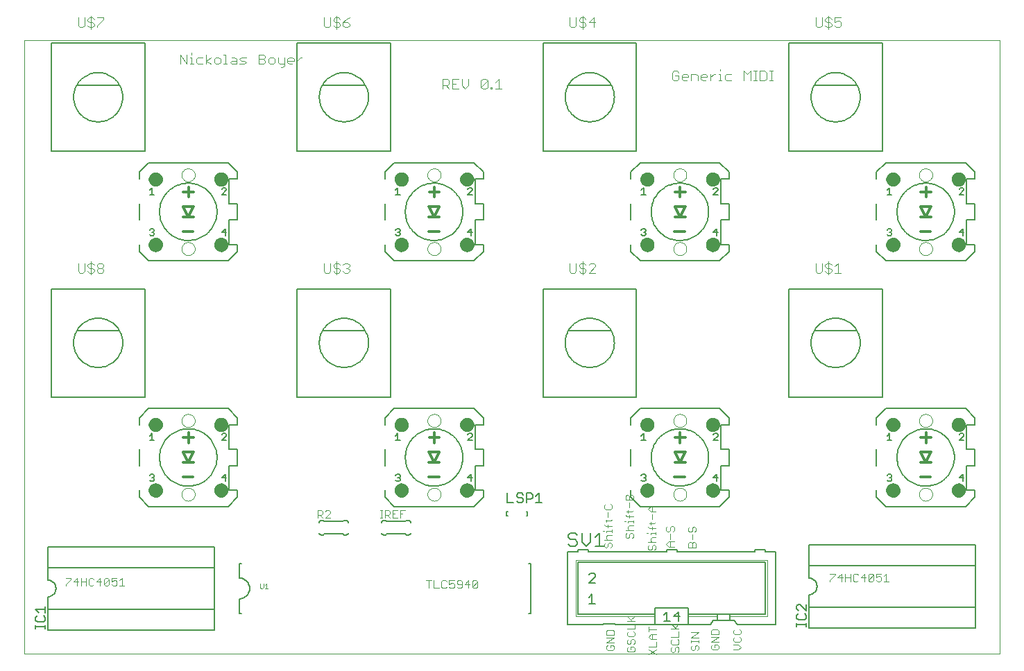
<source format=gto>
G75*
%MOIN*%
%OFA0B0*%
%FSLAX24Y24*%
%IPPOS*%
%LPD*%
%AMOC8*
5,1,8,0,0,1.08239X$1,22.5*
%
%ADD10C,0.0000*%
%ADD11C,0.0030*%
%ADD12C,0.0040*%
%ADD13C,0.0060*%
%ADD14C,0.0050*%
%ADD15C,0.0080*%
%ADD16C,0.0120*%
%ADD17C,0.0354*%
%ADD18C,0.0130*%
%ADD19C,0.0020*%
%ADD20C,0.0070*%
D10*
X000870Y000574D02*
X000870Y030101D01*
X047721Y030101D01*
X047721Y000574D01*
X000870Y000574D01*
X008429Y008251D02*
X008431Y008286D01*
X008437Y008321D01*
X008447Y008355D01*
X008460Y008388D01*
X008477Y008419D01*
X008498Y008447D01*
X008521Y008474D01*
X008548Y008497D01*
X008576Y008518D01*
X008607Y008535D01*
X008640Y008548D01*
X008674Y008558D01*
X008709Y008564D01*
X008744Y008566D01*
X008779Y008564D01*
X008814Y008558D01*
X008848Y008548D01*
X008881Y008535D01*
X008912Y008518D01*
X008940Y008497D01*
X008967Y008474D01*
X008990Y008447D01*
X009011Y008419D01*
X009028Y008388D01*
X009041Y008355D01*
X009051Y008321D01*
X009057Y008286D01*
X009059Y008251D01*
X009057Y008216D01*
X009051Y008181D01*
X009041Y008147D01*
X009028Y008114D01*
X009011Y008083D01*
X008990Y008055D01*
X008967Y008028D01*
X008940Y008005D01*
X008912Y007984D01*
X008881Y007967D01*
X008848Y007954D01*
X008814Y007944D01*
X008779Y007938D01*
X008744Y007936D01*
X008709Y007938D01*
X008674Y007944D01*
X008640Y007954D01*
X008607Y007967D01*
X008576Y007984D01*
X008548Y008005D01*
X008521Y008028D01*
X008498Y008055D01*
X008477Y008083D01*
X008460Y008114D01*
X008447Y008147D01*
X008437Y008181D01*
X008431Y008216D01*
X008429Y008251D01*
X008429Y011794D02*
X008431Y011829D01*
X008437Y011864D01*
X008447Y011898D01*
X008460Y011931D01*
X008477Y011962D01*
X008498Y011990D01*
X008521Y012017D01*
X008548Y012040D01*
X008576Y012061D01*
X008607Y012078D01*
X008640Y012091D01*
X008674Y012101D01*
X008709Y012107D01*
X008744Y012109D01*
X008779Y012107D01*
X008814Y012101D01*
X008848Y012091D01*
X008881Y012078D01*
X008912Y012061D01*
X008940Y012040D01*
X008967Y012017D01*
X008990Y011990D01*
X009011Y011962D01*
X009028Y011931D01*
X009041Y011898D01*
X009051Y011864D01*
X009057Y011829D01*
X009059Y011794D01*
X009057Y011759D01*
X009051Y011724D01*
X009041Y011690D01*
X009028Y011657D01*
X009011Y011626D01*
X008990Y011598D01*
X008967Y011571D01*
X008940Y011548D01*
X008912Y011527D01*
X008881Y011510D01*
X008848Y011497D01*
X008814Y011487D01*
X008779Y011481D01*
X008744Y011479D01*
X008709Y011481D01*
X008674Y011487D01*
X008640Y011497D01*
X008607Y011510D01*
X008576Y011527D01*
X008548Y011548D01*
X008521Y011571D01*
X008498Y011598D01*
X008477Y011626D01*
X008460Y011657D01*
X008447Y011690D01*
X008437Y011724D01*
X008431Y011759D01*
X008429Y011794D01*
X020240Y011794D02*
X020242Y011829D01*
X020248Y011864D01*
X020258Y011898D01*
X020271Y011931D01*
X020288Y011962D01*
X020309Y011990D01*
X020332Y012017D01*
X020359Y012040D01*
X020387Y012061D01*
X020418Y012078D01*
X020451Y012091D01*
X020485Y012101D01*
X020520Y012107D01*
X020555Y012109D01*
X020590Y012107D01*
X020625Y012101D01*
X020659Y012091D01*
X020692Y012078D01*
X020723Y012061D01*
X020751Y012040D01*
X020778Y012017D01*
X020801Y011990D01*
X020822Y011962D01*
X020839Y011931D01*
X020852Y011898D01*
X020862Y011864D01*
X020868Y011829D01*
X020870Y011794D01*
X020868Y011759D01*
X020862Y011724D01*
X020852Y011690D01*
X020839Y011657D01*
X020822Y011626D01*
X020801Y011598D01*
X020778Y011571D01*
X020751Y011548D01*
X020723Y011527D01*
X020692Y011510D01*
X020659Y011497D01*
X020625Y011487D01*
X020590Y011481D01*
X020555Y011479D01*
X020520Y011481D01*
X020485Y011487D01*
X020451Y011497D01*
X020418Y011510D01*
X020387Y011527D01*
X020359Y011548D01*
X020332Y011571D01*
X020309Y011598D01*
X020288Y011626D01*
X020271Y011657D01*
X020258Y011690D01*
X020248Y011724D01*
X020242Y011759D01*
X020240Y011794D01*
X020240Y008251D02*
X020242Y008286D01*
X020248Y008321D01*
X020258Y008355D01*
X020271Y008388D01*
X020288Y008419D01*
X020309Y008447D01*
X020332Y008474D01*
X020359Y008497D01*
X020387Y008518D01*
X020418Y008535D01*
X020451Y008548D01*
X020485Y008558D01*
X020520Y008564D01*
X020555Y008566D01*
X020590Y008564D01*
X020625Y008558D01*
X020659Y008548D01*
X020692Y008535D01*
X020723Y008518D01*
X020751Y008497D01*
X020778Y008474D01*
X020801Y008447D01*
X020822Y008419D01*
X020839Y008388D01*
X020852Y008355D01*
X020862Y008321D01*
X020868Y008286D01*
X020870Y008251D01*
X020868Y008216D01*
X020862Y008181D01*
X020852Y008147D01*
X020839Y008114D01*
X020822Y008083D01*
X020801Y008055D01*
X020778Y008028D01*
X020751Y008005D01*
X020723Y007984D01*
X020692Y007967D01*
X020659Y007954D01*
X020625Y007944D01*
X020590Y007938D01*
X020555Y007936D01*
X020520Y007938D01*
X020485Y007944D01*
X020451Y007954D01*
X020418Y007967D01*
X020387Y007984D01*
X020359Y008005D01*
X020332Y008028D01*
X020309Y008055D01*
X020288Y008083D01*
X020271Y008114D01*
X020258Y008147D01*
X020248Y008181D01*
X020242Y008216D01*
X020240Y008251D01*
X032051Y008251D02*
X032053Y008286D01*
X032059Y008321D01*
X032069Y008355D01*
X032082Y008388D01*
X032099Y008419D01*
X032120Y008447D01*
X032143Y008474D01*
X032170Y008497D01*
X032198Y008518D01*
X032229Y008535D01*
X032262Y008548D01*
X032296Y008558D01*
X032331Y008564D01*
X032366Y008566D01*
X032401Y008564D01*
X032436Y008558D01*
X032470Y008548D01*
X032503Y008535D01*
X032534Y008518D01*
X032562Y008497D01*
X032589Y008474D01*
X032612Y008447D01*
X032633Y008419D01*
X032650Y008388D01*
X032663Y008355D01*
X032673Y008321D01*
X032679Y008286D01*
X032681Y008251D01*
X032679Y008216D01*
X032673Y008181D01*
X032663Y008147D01*
X032650Y008114D01*
X032633Y008083D01*
X032612Y008055D01*
X032589Y008028D01*
X032562Y008005D01*
X032534Y007984D01*
X032503Y007967D01*
X032470Y007954D01*
X032436Y007944D01*
X032401Y007938D01*
X032366Y007936D01*
X032331Y007938D01*
X032296Y007944D01*
X032262Y007954D01*
X032229Y007967D01*
X032198Y007984D01*
X032170Y008005D01*
X032143Y008028D01*
X032120Y008055D01*
X032099Y008083D01*
X032082Y008114D01*
X032069Y008147D01*
X032059Y008181D01*
X032053Y008216D01*
X032051Y008251D01*
X032051Y011794D02*
X032053Y011829D01*
X032059Y011864D01*
X032069Y011898D01*
X032082Y011931D01*
X032099Y011962D01*
X032120Y011990D01*
X032143Y012017D01*
X032170Y012040D01*
X032198Y012061D01*
X032229Y012078D01*
X032262Y012091D01*
X032296Y012101D01*
X032331Y012107D01*
X032366Y012109D01*
X032401Y012107D01*
X032436Y012101D01*
X032470Y012091D01*
X032503Y012078D01*
X032534Y012061D01*
X032562Y012040D01*
X032589Y012017D01*
X032612Y011990D01*
X032633Y011962D01*
X032650Y011931D01*
X032663Y011898D01*
X032673Y011864D01*
X032679Y011829D01*
X032681Y011794D01*
X032679Y011759D01*
X032673Y011724D01*
X032663Y011690D01*
X032650Y011657D01*
X032633Y011626D01*
X032612Y011598D01*
X032589Y011571D01*
X032562Y011548D01*
X032534Y011527D01*
X032503Y011510D01*
X032470Y011497D01*
X032436Y011487D01*
X032401Y011481D01*
X032366Y011479D01*
X032331Y011481D01*
X032296Y011487D01*
X032262Y011497D01*
X032229Y011510D01*
X032198Y011527D01*
X032170Y011548D01*
X032143Y011571D01*
X032120Y011598D01*
X032099Y011626D01*
X032082Y011657D01*
X032069Y011690D01*
X032059Y011724D01*
X032053Y011759D01*
X032051Y011794D01*
X043862Y011794D02*
X043864Y011829D01*
X043870Y011864D01*
X043880Y011898D01*
X043893Y011931D01*
X043910Y011962D01*
X043931Y011990D01*
X043954Y012017D01*
X043981Y012040D01*
X044009Y012061D01*
X044040Y012078D01*
X044073Y012091D01*
X044107Y012101D01*
X044142Y012107D01*
X044177Y012109D01*
X044212Y012107D01*
X044247Y012101D01*
X044281Y012091D01*
X044314Y012078D01*
X044345Y012061D01*
X044373Y012040D01*
X044400Y012017D01*
X044423Y011990D01*
X044444Y011962D01*
X044461Y011931D01*
X044474Y011898D01*
X044484Y011864D01*
X044490Y011829D01*
X044492Y011794D01*
X044490Y011759D01*
X044484Y011724D01*
X044474Y011690D01*
X044461Y011657D01*
X044444Y011626D01*
X044423Y011598D01*
X044400Y011571D01*
X044373Y011548D01*
X044345Y011527D01*
X044314Y011510D01*
X044281Y011497D01*
X044247Y011487D01*
X044212Y011481D01*
X044177Y011479D01*
X044142Y011481D01*
X044107Y011487D01*
X044073Y011497D01*
X044040Y011510D01*
X044009Y011527D01*
X043981Y011548D01*
X043954Y011571D01*
X043931Y011598D01*
X043910Y011626D01*
X043893Y011657D01*
X043880Y011690D01*
X043870Y011724D01*
X043864Y011759D01*
X043862Y011794D01*
X043862Y008251D02*
X043864Y008286D01*
X043870Y008321D01*
X043880Y008355D01*
X043893Y008388D01*
X043910Y008419D01*
X043931Y008447D01*
X043954Y008474D01*
X043981Y008497D01*
X044009Y008518D01*
X044040Y008535D01*
X044073Y008548D01*
X044107Y008558D01*
X044142Y008564D01*
X044177Y008566D01*
X044212Y008564D01*
X044247Y008558D01*
X044281Y008548D01*
X044314Y008535D01*
X044345Y008518D01*
X044373Y008497D01*
X044400Y008474D01*
X044423Y008447D01*
X044444Y008419D01*
X044461Y008388D01*
X044474Y008355D01*
X044484Y008321D01*
X044490Y008286D01*
X044492Y008251D01*
X044490Y008216D01*
X044484Y008181D01*
X044474Y008147D01*
X044461Y008114D01*
X044444Y008083D01*
X044423Y008055D01*
X044400Y008028D01*
X044373Y008005D01*
X044345Y007984D01*
X044314Y007967D01*
X044281Y007954D01*
X044247Y007944D01*
X044212Y007938D01*
X044177Y007936D01*
X044142Y007938D01*
X044107Y007944D01*
X044073Y007954D01*
X044040Y007967D01*
X044009Y007984D01*
X043981Y008005D01*
X043954Y008028D01*
X043931Y008055D01*
X043910Y008083D01*
X043893Y008114D01*
X043880Y008147D01*
X043870Y008181D01*
X043864Y008216D01*
X043862Y008251D01*
X043862Y020062D02*
X043864Y020097D01*
X043870Y020132D01*
X043880Y020166D01*
X043893Y020199D01*
X043910Y020230D01*
X043931Y020258D01*
X043954Y020285D01*
X043981Y020308D01*
X044009Y020329D01*
X044040Y020346D01*
X044073Y020359D01*
X044107Y020369D01*
X044142Y020375D01*
X044177Y020377D01*
X044212Y020375D01*
X044247Y020369D01*
X044281Y020359D01*
X044314Y020346D01*
X044345Y020329D01*
X044373Y020308D01*
X044400Y020285D01*
X044423Y020258D01*
X044444Y020230D01*
X044461Y020199D01*
X044474Y020166D01*
X044484Y020132D01*
X044490Y020097D01*
X044492Y020062D01*
X044490Y020027D01*
X044484Y019992D01*
X044474Y019958D01*
X044461Y019925D01*
X044444Y019894D01*
X044423Y019866D01*
X044400Y019839D01*
X044373Y019816D01*
X044345Y019795D01*
X044314Y019778D01*
X044281Y019765D01*
X044247Y019755D01*
X044212Y019749D01*
X044177Y019747D01*
X044142Y019749D01*
X044107Y019755D01*
X044073Y019765D01*
X044040Y019778D01*
X044009Y019795D01*
X043981Y019816D01*
X043954Y019839D01*
X043931Y019866D01*
X043910Y019894D01*
X043893Y019925D01*
X043880Y019958D01*
X043870Y019992D01*
X043864Y020027D01*
X043862Y020062D01*
X043862Y023605D02*
X043864Y023640D01*
X043870Y023675D01*
X043880Y023709D01*
X043893Y023742D01*
X043910Y023773D01*
X043931Y023801D01*
X043954Y023828D01*
X043981Y023851D01*
X044009Y023872D01*
X044040Y023889D01*
X044073Y023902D01*
X044107Y023912D01*
X044142Y023918D01*
X044177Y023920D01*
X044212Y023918D01*
X044247Y023912D01*
X044281Y023902D01*
X044314Y023889D01*
X044345Y023872D01*
X044373Y023851D01*
X044400Y023828D01*
X044423Y023801D01*
X044444Y023773D01*
X044461Y023742D01*
X044474Y023709D01*
X044484Y023675D01*
X044490Y023640D01*
X044492Y023605D01*
X044490Y023570D01*
X044484Y023535D01*
X044474Y023501D01*
X044461Y023468D01*
X044444Y023437D01*
X044423Y023409D01*
X044400Y023382D01*
X044373Y023359D01*
X044345Y023338D01*
X044314Y023321D01*
X044281Y023308D01*
X044247Y023298D01*
X044212Y023292D01*
X044177Y023290D01*
X044142Y023292D01*
X044107Y023298D01*
X044073Y023308D01*
X044040Y023321D01*
X044009Y023338D01*
X043981Y023359D01*
X043954Y023382D01*
X043931Y023409D01*
X043910Y023437D01*
X043893Y023468D01*
X043880Y023501D01*
X043870Y023535D01*
X043864Y023570D01*
X043862Y023605D01*
X032051Y023605D02*
X032053Y023640D01*
X032059Y023675D01*
X032069Y023709D01*
X032082Y023742D01*
X032099Y023773D01*
X032120Y023801D01*
X032143Y023828D01*
X032170Y023851D01*
X032198Y023872D01*
X032229Y023889D01*
X032262Y023902D01*
X032296Y023912D01*
X032331Y023918D01*
X032366Y023920D01*
X032401Y023918D01*
X032436Y023912D01*
X032470Y023902D01*
X032503Y023889D01*
X032534Y023872D01*
X032562Y023851D01*
X032589Y023828D01*
X032612Y023801D01*
X032633Y023773D01*
X032650Y023742D01*
X032663Y023709D01*
X032673Y023675D01*
X032679Y023640D01*
X032681Y023605D01*
X032679Y023570D01*
X032673Y023535D01*
X032663Y023501D01*
X032650Y023468D01*
X032633Y023437D01*
X032612Y023409D01*
X032589Y023382D01*
X032562Y023359D01*
X032534Y023338D01*
X032503Y023321D01*
X032470Y023308D01*
X032436Y023298D01*
X032401Y023292D01*
X032366Y023290D01*
X032331Y023292D01*
X032296Y023298D01*
X032262Y023308D01*
X032229Y023321D01*
X032198Y023338D01*
X032170Y023359D01*
X032143Y023382D01*
X032120Y023409D01*
X032099Y023437D01*
X032082Y023468D01*
X032069Y023501D01*
X032059Y023535D01*
X032053Y023570D01*
X032051Y023605D01*
X032051Y020062D02*
X032053Y020097D01*
X032059Y020132D01*
X032069Y020166D01*
X032082Y020199D01*
X032099Y020230D01*
X032120Y020258D01*
X032143Y020285D01*
X032170Y020308D01*
X032198Y020329D01*
X032229Y020346D01*
X032262Y020359D01*
X032296Y020369D01*
X032331Y020375D01*
X032366Y020377D01*
X032401Y020375D01*
X032436Y020369D01*
X032470Y020359D01*
X032503Y020346D01*
X032534Y020329D01*
X032562Y020308D01*
X032589Y020285D01*
X032612Y020258D01*
X032633Y020230D01*
X032650Y020199D01*
X032663Y020166D01*
X032673Y020132D01*
X032679Y020097D01*
X032681Y020062D01*
X032679Y020027D01*
X032673Y019992D01*
X032663Y019958D01*
X032650Y019925D01*
X032633Y019894D01*
X032612Y019866D01*
X032589Y019839D01*
X032562Y019816D01*
X032534Y019795D01*
X032503Y019778D01*
X032470Y019765D01*
X032436Y019755D01*
X032401Y019749D01*
X032366Y019747D01*
X032331Y019749D01*
X032296Y019755D01*
X032262Y019765D01*
X032229Y019778D01*
X032198Y019795D01*
X032170Y019816D01*
X032143Y019839D01*
X032120Y019866D01*
X032099Y019894D01*
X032082Y019925D01*
X032069Y019958D01*
X032059Y019992D01*
X032053Y020027D01*
X032051Y020062D01*
X020240Y020062D02*
X020242Y020097D01*
X020248Y020132D01*
X020258Y020166D01*
X020271Y020199D01*
X020288Y020230D01*
X020309Y020258D01*
X020332Y020285D01*
X020359Y020308D01*
X020387Y020329D01*
X020418Y020346D01*
X020451Y020359D01*
X020485Y020369D01*
X020520Y020375D01*
X020555Y020377D01*
X020590Y020375D01*
X020625Y020369D01*
X020659Y020359D01*
X020692Y020346D01*
X020723Y020329D01*
X020751Y020308D01*
X020778Y020285D01*
X020801Y020258D01*
X020822Y020230D01*
X020839Y020199D01*
X020852Y020166D01*
X020862Y020132D01*
X020868Y020097D01*
X020870Y020062D01*
X020868Y020027D01*
X020862Y019992D01*
X020852Y019958D01*
X020839Y019925D01*
X020822Y019894D01*
X020801Y019866D01*
X020778Y019839D01*
X020751Y019816D01*
X020723Y019795D01*
X020692Y019778D01*
X020659Y019765D01*
X020625Y019755D01*
X020590Y019749D01*
X020555Y019747D01*
X020520Y019749D01*
X020485Y019755D01*
X020451Y019765D01*
X020418Y019778D01*
X020387Y019795D01*
X020359Y019816D01*
X020332Y019839D01*
X020309Y019866D01*
X020288Y019894D01*
X020271Y019925D01*
X020258Y019958D01*
X020248Y019992D01*
X020242Y020027D01*
X020240Y020062D01*
X020240Y023605D02*
X020242Y023640D01*
X020248Y023675D01*
X020258Y023709D01*
X020271Y023742D01*
X020288Y023773D01*
X020309Y023801D01*
X020332Y023828D01*
X020359Y023851D01*
X020387Y023872D01*
X020418Y023889D01*
X020451Y023902D01*
X020485Y023912D01*
X020520Y023918D01*
X020555Y023920D01*
X020590Y023918D01*
X020625Y023912D01*
X020659Y023902D01*
X020692Y023889D01*
X020723Y023872D01*
X020751Y023851D01*
X020778Y023828D01*
X020801Y023801D01*
X020822Y023773D01*
X020839Y023742D01*
X020852Y023709D01*
X020862Y023675D01*
X020868Y023640D01*
X020870Y023605D01*
X020868Y023570D01*
X020862Y023535D01*
X020852Y023501D01*
X020839Y023468D01*
X020822Y023437D01*
X020801Y023409D01*
X020778Y023382D01*
X020751Y023359D01*
X020723Y023338D01*
X020692Y023321D01*
X020659Y023308D01*
X020625Y023298D01*
X020590Y023292D01*
X020555Y023290D01*
X020520Y023292D01*
X020485Y023298D01*
X020451Y023308D01*
X020418Y023321D01*
X020387Y023338D01*
X020359Y023359D01*
X020332Y023382D01*
X020309Y023409D01*
X020288Y023437D01*
X020271Y023468D01*
X020258Y023501D01*
X020248Y023535D01*
X020242Y023570D01*
X020240Y023605D01*
X008429Y023605D02*
X008431Y023640D01*
X008437Y023675D01*
X008447Y023709D01*
X008460Y023742D01*
X008477Y023773D01*
X008498Y023801D01*
X008521Y023828D01*
X008548Y023851D01*
X008576Y023872D01*
X008607Y023889D01*
X008640Y023902D01*
X008674Y023912D01*
X008709Y023918D01*
X008744Y023920D01*
X008779Y023918D01*
X008814Y023912D01*
X008848Y023902D01*
X008881Y023889D01*
X008912Y023872D01*
X008940Y023851D01*
X008967Y023828D01*
X008990Y023801D01*
X009011Y023773D01*
X009028Y023742D01*
X009041Y023709D01*
X009051Y023675D01*
X009057Y023640D01*
X009059Y023605D01*
X009057Y023570D01*
X009051Y023535D01*
X009041Y023501D01*
X009028Y023468D01*
X009011Y023437D01*
X008990Y023409D01*
X008967Y023382D01*
X008940Y023359D01*
X008912Y023338D01*
X008881Y023321D01*
X008848Y023308D01*
X008814Y023298D01*
X008779Y023292D01*
X008744Y023290D01*
X008709Y023292D01*
X008674Y023298D01*
X008640Y023308D01*
X008607Y023321D01*
X008576Y023338D01*
X008548Y023359D01*
X008521Y023382D01*
X008498Y023409D01*
X008477Y023437D01*
X008460Y023468D01*
X008447Y023501D01*
X008437Y023535D01*
X008431Y023570D01*
X008429Y023605D01*
X008429Y020062D02*
X008431Y020097D01*
X008437Y020132D01*
X008447Y020166D01*
X008460Y020199D01*
X008477Y020230D01*
X008498Y020258D01*
X008521Y020285D01*
X008548Y020308D01*
X008576Y020329D01*
X008607Y020346D01*
X008640Y020359D01*
X008674Y020369D01*
X008709Y020375D01*
X008744Y020377D01*
X008779Y020375D01*
X008814Y020369D01*
X008848Y020359D01*
X008881Y020346D01*
X008912Y020329D01*
X008940Y020308D01*
X008967Y020285D01*
X008990Y020258D01*
X009011Y020230D01*
X009028Y020199D01*
X009041Y020166D01*
X009051Y020132D01*
X009057Y020097D01*
X009059Y020062D01*
X009057Y020027D01*
X009051Y019992D01*
X009041Y019958D01*
X009028Y019925D01*
X009011Y019894D01*
X008990Y019866D01*
X008967Y019839D01*
X008940Y019816D01*
X008912Y019795D01*
X008881Y019778D01*
X008848Y019765D01*
X008814Y019755D01*
X008779Y019749D01*
X008744Y019747D01*
X008709Y019749D01*
X008674Y019755D01*
X008640Y019765D01*
X008607Y019778D01*
X008576Y019795D01*
X008548Y019816D01*
X008521Y019839D01*
X008498Y019866D01*
X008477Y019894D01*
X008460Y019925D01*
X008447Y019958D01*
X008437Y019992D01*
X008431Y020027D01*
X008429Y020062D01*
D11*
X028721Y007710D02*
X028721Y007586D01*
X028783Y007525D01*
X029030Y007525D01*
X029091Y007586D01*
X029091Y007710D01*
X029030Y007772D01*
X028783Y007772D02*
X028721Y007710D01*
X028906Y007403D02*
X028906Y007156D01*
X028844Y007034D02*
X028844Y006911D01*
X028783Y006973D02*
X029030Y006973D01*
X029091Y007034D01*
X029091Y006727D02*
X028783Y006727D01*
X028721Y006789D01*
X028906Y006789D02*
X028906Y006665D01*
X028844Y006482D02*
X029091Y006482D01*
X029091Y006543D02*
X029091Y006420D01*
X029091Y006298D02*
X028906Y006298D01*
X028844Y006237D01*
X028844Y006113D01*
X028906Y006052D01*
X028968Y005930D02*
X029030Y005930D01*
X029091Y005868D01*
X029091Y005745D01*
X029030Y005683D01*
X028906Y005745D02*
X028906Y005868D01*
X028968Y005930D01*
X029091Y006052D02*
X028721Y006052D01*
X028783Y005930D02*
X028721Y005868D01*
X028721Y005745D01*
X028783Y005683D01*
X028844Y005683D01*
X028906Y005745D01*
X028844Y006420D02*
X028844Y006482D01*
X028721Y006482D02*
X028659Y006482D01*
X029749Y006508D02*
X030119Y006508D01*
X030057Y006387D02*
X030119Y006325D01*
X030119Y006202D01*
X030057Y006140D01*
X029934Y006202D02*
X029934Y006325D01*
X029995Y006387D01*
X030057Y006387D01*
X029934Y006508D02*
X029872Y006570D01*
X029872Y006693D01*
X029934Y006755D01*
X030119Y006755D01*
X030119Y006877D02*
X030119Y007000D01*
X030119Y006938D02*
X029872Y006938D01*
X029872Y006877D01*
X029749Y006938D02*
X029687Y006938D01*
X029810Y007184D02*
X029749Y007245D01*
X029810Y007184D02*
X030119Y007184D01*
X029934Y007245D02*
X029934Y007122D01*
X029872Y007368D02*
X029872Y007491D01*
X029810Y007429D02*
X030057Y007429D01*
X030119Y007491D01*
X029934Y007613D02*
X029934Y007860D01*
X029934Y007981D02*
X029934Y008167D01*
X029995Y008228D01*
X030057Y008228D01*
X030119Y008167D01*
X030119Y007981D01*
X029749Y007981D01*
X029749Y008167D01*
X029810Y008228D01*
X029872Y008228D01*
X029934Y008167D01*
X030839Y007538D02*
X030963Y007661D01*
X031209Y007661D01*
X031024Y007661D02*
X031024Y007415D01*
X030963Y007415D02*
X030839Y007538D01*
X030963Y007415D02*
X031209Y007415D01*
X031024Y007293D02*
X031024Y007046D01*
X030963Y006924D02*
X030963Y006801D01*
X030901Y006862D02*
X031148Y006862D01*
X031209Y006924D01*
X031209Y006617D02*
X030901Y006617D01*
X030839Y006679D01*
X031024Y006679D02*
X031024Y006555D01*
X030963Y006371D02*
X031209Y006371D01*
X031209Y006310D02*
X031209Y006433D01*
X031209Y006188D02*
X031024Y006188D01*
X030963Y006126D01*
X030963Y006003D01*
X031024Y005941D01*
X031086Y005820D02*
X031148Y005820D01*
X031209Y005758D01*
X031209Y005635D01*
X031148Y005573D01*
X031024Y005635D02*
X031024Y005758D01*
X031086Y005820D01*
X031209Y005941D02*
X030839Y005941D01*
X030901Y005820D02*
X030839Y005758D01*
X030839Y005635D01*
X030901Y005573D01*
X030963Y005573D01*
X031024Y005635D01*
X031713Y005850D02*
X031837Y005973D01*
X032083Y005973D01*
X031898Y005973D02*
X031898Y005726D01*
X031837Y005726D02*
X031713Y005850D01*
X031837Y005726D02*
X032083Y005726D01*
X031898Y006095D02*
X031898Y006342D01*
X031837Y006463D02*
X031898Y006525D01*
X031898Y006648D01*
X031960Y006710D01*
X032022Y006710D01*
X032083Y006648D01*
X032083Y006525D01*
X032022Y006463D01*
X031837Y006463D02*
X031775Y006463D01*
X031713Y006525D01*
X031713Y006648D01*
X031775Y006710D01*
X030963Y006371D02*
X030963Y006310D01*
X030839Y006371D02*
X030777Y006371D01*
X029934Y006202D02*
X029872Y006140D01*
X029810Y006140D01*
X029749Y006202D01*
X029749Y006325D01*
X029810Y006387D01*
X032764Y006501D02*
X032826Y006440D01*
X032888Y006440D01*
X032949Y006501D01*
X032949Y006625D01*
X033011Y006686D01*
X033073Y006686D01*
X033135Y006625D01*
X033135Y006501D01*
X033073Y006440D01*
X032949Y006318D02*
X032949Y006071D01*
X032888Y005950D02*
X032949Y005888D01*
X032949Y005703D01*
X032764Y005703D02*
X032764Y005888D01*
X032826Y005950D01*
X032888Y005950D01*
X032949Y005888D02*
X033011Y005950D01*
X033073Y005950D01*
X033135Y005888D01*
X033135Y005703D01*
X032764Y005703D01*
X032764Y006501D02*
X032764Y006625D01*
X032826Y006686D01*
X039578Y004435D02*
X039825Y004435D01*
X039825Y004374D01*
X039578Y004127D01*
X039578Y004065D01*
X039946Y004250D02*
X040193Y004250D01*
X040315Y004250D02*
X040562Y004250D01*
X040683Y004127D02*
X040745Y004065D01*
X040868Y004065D01*
X040930Y004127D01*
X041051Y004250D02*
X041298Y004250D01*
X041420Y004127D02*
X041666Y004374D01*
X041666Y004127D01*
X041605Y004065D01*
X041481Y004065D01*
X041420Y004127D01*
X041420Y004374D01*
X041481Y004435D01*
X041605Y004435D01*
X041666Y004374D01*
X041788Y004435D02*
X041788Y004250D01*
X041911Y004312D01*
X041973Y004312D01*
X042035Y004250D01*
X042035Y004127D01*
X041973Y004065D01*
X041850Y004065D01*
X041788Y004127D01*
X041788Y004435D02*
X042035Y004435D01*
X042156Y004312D02*
X042280Y004435D01*
X042280Y004065D01*
X042403Y004065D02*
X042156Y004065D01*
X041236Y004065D02*
X041236Y004435D01*
X041051Y004250D01*
X040930Y004374D02*
X040868Y004435D01*
X040745Y004435D01*
X040683Y004374D01*
X040683Y004127D01*
X040562Y004065D02*
X040562Y004435D01*
X040315Y004435D02*
X040315Y004065D01*
X040132Y004065D02*
X040132Y004435D01*
X039946Y004250D01*
X035302Y001697D02*
X035241Y001759D01*
X035302Y001697D02*
X035302Y001573D01*
X035241Y001512D01*
X034994Y001512D01*
X034932Y001573D01*
X034932Y001697D01*
X034994Y001759D01*
X034994Y001390D02*
X034932Y001329D01*
X034932Y001205D01*
X034994Y001143D01*
X035241Y001143D01*
X035302Y001205D01*
X035302Y001329D01*
X035241Y001390D01*
X035179Y001022D02*
X034932Y001022D01*
X034932Y000775D02*
X035179Y000775D01*
X035302Y000899D01*
X035179Y001022D01*
X034232Y000960D02*
X034232Y000837D01*
X034170Y000775D01*
X033923Y000775D01*
X033861Y000837D01*
X033861Y000960D01*
X033923Y001022D01*
X034046Y001022D02*
X034046Y000899D01*
X034046Y001022D02*
X034170Y001022D01*
X034232Y000960D01*
X034232Y001143D02*
X033861Y001143D01*
X034232Y001390D01*
X033861Y001390D01*
X033861Y001512D02*
X033861Y001697D01*
X033923Y001759D01*
X034170Y001759D01*
X034232Y001697D01*
X034232Y001512D01*
X033861Y001512D01*
X033271Y001605D02*
X032901Y001605D01*
X032901Y001358D02*
X033271Y001605D01*
X033271Y001358D02*
X032901Y001358D01*
X032901Y001236D02*
X032901Y001113D01*
X032901Y001174D02*
X033271Y001174D01*
X033271Y001113D02*
X033271Y001236D01*
X033209Y000991D02*
X033271Y000929D01*
X033271Y000806D01*
X033209Y000744D01*
X033086Y000806D02*
X033086Y000929D01*
X033147Y000991D01*
X033209Y000991D01*
X033086Y000806D02*
X033024Y000744D01*
X032962Y000744D01*
X032901Y000806D01*
X032901Y000929D01*
X032962Y000991D01*
X032310Y001097D02*
X032310Y001220D01*
X032249Y001282D01*
X032310Y001403D02*
X032310Y001650D01*
X032310Y001772D02*
X031940Y001772D01*
X032125Y001833D02*
X032310Y002018D01*
X032187Y001772D02*
X031940Y002018D01*
X031220Y001765D02*
X030849Y001765D01*
X030849Y001642D02*
X030849Y001889D01*
X030192Y001777D02*
X030192Y002024D01*
X030192Y002146D02*
X029822Y002146D01*
X030007Y002207D02*
X030192Y002392D01*
X030069Y002146D02*
X029822Y002392D01*
X029822Y001777D02*
X030192Y001777D01*
X030130Y001656D02*
X030192Y001594D01*
X030192Y001471D01*
X030130Y001409D01*
X029884Y001409D01*
X029822Y001471D01*
X029822Y001594D01*
X029884Y001656D01*
X029884Y001288D02*
X029822Y001226D01*
X029822Y001102D01*
X029884Y001041D01*
X029945Y001041D01*
X030007Y001102D01*
X030007Y001226D01*
X030069Y001288D01*
X030130Y001288D01*
X030192Y001226D01*
X030192Y001102D01*
X030130Y001041D01*
X030130Y000919D02*
X030007Y000919D01*
X030007Y000796D01*
X030130Y000919D02*
X030192Y000857D01*
X030192Y000734D01*
X030130Y000672D01*
X029884Y000672D01*
X029822Y000734D01*
X029822Y000857D01*
X029884Y000919D01*
X029208Y000937D02*
X029146Y000998D01*
X029023Y000998D01*
X029023Y000875D01*
X029146Y000751D02*
X029208Y000813D01*
X029208Y000937D01*
X029208Y001120D02*
X028838Y001120D01*
X029208Y001367D01*
X028838Y001367D01*
X028838Y001488D02*
X028838Y001673D01*
X028899Y001735D01*
X029146Y001735D01*
X029208Y001673D01*
X029208Y001488D01*
X028838Y001488D01*
X028899Y000998D02*
X028838Y000937D01*
X028838Y000813D01*
X028899Y000751D01*
X029146Y000751D01*
X030849Y000784D02*
X031220Y000537D01*
X031220Y000784D02*
X030849Y000537D01*
X030849Y000905D02*
X031220Y000905D01*
X031220Y001152D01*
X031220Y001273D02*
X030973Y001273D01*
X030849Y001397D01*
X030973Y001520D01*
X031220Y001520D01*
X031035Y001520D02*
X031035Y001273D01*
X031940Y001220D02*
X031940Y001097D01*
X032002Y001035D01*
X032249Y001035D01*
X032310Y001097D01*
X032249Y000914D02*
X032310Y000852D01*
X032310Y000728D01*
X032249Y000667D01*
X032125Y000728D02*
X032125Y000852D01*
X032187Y000914D01*
X032249Y000914D01*
X032125Y000728D02*
X032063Y000667D01*
X032002Y000667D01*
X031940Y000728D01*
X031940Y000852D01*
X032002Y000914D01*
X031940Y001220D02*
X032002Y001282D01*
X031940Y001403D02*
X032310Y001403D01*
X022633Y003800D02*
X022572Y003738D01*
X022448Y003738D01*
X022386Y003800D01*
X022633Y004047D01*
X022633Y003800D01*
X022386Y003800D02*
X022386Y004047D01*
X022448Y004109D01*
X022572Y004109D01*
X022633Y004047D01*
X022265Y003923D02*
X022018Y003923D01*
X022203Y004109D01*
X022203Y003738D01*
X021897Y003800D02*
X021835Y003738D01*
X021711Y003738D01*
X021650Y003800D01*
X021528Y003800D02*
X021467Y003738D01*
X021343Y003738D01*
X021281Y003800D01*
X021160Y003800D02*
X021098Y003738D01*
X020975Y003738D01*
X020913Y003800D01*
X020913Y004047D01*
X020975Y004109D01*
X021098Y004109D01*
X021160Y004047D01*
X021281Y004109D02*
X021281Y003923D01*
X021405Y003985D01*
X021467Y003985D01*
X021528Y003923D01*
X021528Y003800D01*
X021711Y003923D02*
X021897Y003923D01*
X021897Y003800D02*
X021897Y004047D01*
X021835Y004109D01*
X021711Y004109D01*
X021650Y004047D01*
X021650Y003985D01*
X021711Y003923D01*
X021528Y004109D02*
X021281Y004109D01*
X020792Y003738D02*
X020545Y003738D01*
X020545Y004109D01*
X020423Y004109D02*
X020176Y004109D01*
X020300Y004109D02*
X020300Y003738D01*
X005679Y003860D02*
X005432Y003860D01*
X005555Y003860D02*
X005555Y004231D01*
X005432Y004107D01*
X005310Y004046D02*
X005249Y004107D01*
X005187Y004107D01*
X005064Y004046D01*
X005064Y004231D01*
X005310Y004231D01*
X005310Y004046D02*
X005310Y003922D01*
X005249Y003860D01*
X005125Y003860D01*
X005064Y003922D01*
X004942Y003922D02*
X004942Y004169D01*
X004695Y003922D01*
X004757Y003860D01*
X004880Y003860D01*
X004942Y003922D01*
X004695Y003922D02*
X004695Y004169D01*
X004757Y004231D01*
X004880Y004231D01*
X004942Y004169D01*
X004574Y004046D02*
X004327Y004046D01*
X004512Y004231D01*
X004512Y003860D01*
X004205Y003922D02*
X004144Y003860D01*
X004020Y003860D01*
X003959Y003922D01*
X003959Y004169D01*
X004020Y004231D01*
X004144Y004231D01*
X004205Y004169D01*
X003837Y004231D02*
X003837Y003860D01*
X003837Y004046D02*
X003590Y004046D01*
X003469Y004046D02*
X003222Y004046D01*
X003407Y004231D01*
X003407Y003860D01*
X003590Y003860D02*
X003590Y004231D01*
X003101Y004231D02*
X003101Y004169D01*
X002854Y003922D01*
X002854Y003860D01*
X002854Y004231D02*
X003101Y004231D01*
D12*
X014958Y007132D02*
X014958Y007483D01*
X015134Y007483D01*
X015192Y007424D01*
X015192Y007308D01*
X015134Y007249D01*
X014958Y007249D01*
X015075Y007249D02*
X015192Y007132D01*
X015318Y007132D02*
X015551Y007366D01*
X015551Y007424D01*
X015493Y007483D01*
X015376Y007483D01*
X015318Y007424D01*
X015318Y007132D02*
X015551Y007132D01*
X017958Y007132D02*
X018075Y007132D01*
X018017Y007132D02*
X018017Y007483D01*
X018075Y007483D02*
X017958Y007483D01*
X018198Y007483D02*
X018373Y007483D01*
X018431Y007424D01*
X018431Y007308D01*
X018373Y007249D01*
X018198Y007249D01*
X018198Y007132D02*
X018198Y007483D01*
X018315Y007249D02*
X018431Y007132D01*
X018557Y007132D02*
X018790Y007132D01*
X018916Y007132D02*
X018916Y007483D01*
X019150Y007483D01*
X019033Y007308D02*
X018916Y007308D01*
X018790Y007483D02*
X018557Y007483D01*
X018557Y007132D01*
X018557Y007308D02*
X018674Y007308D01*
X015874Y018824D02*
X015874Y019438D01*
X015797Y019361D02*
X015951Y019361D01*
X016028Y019284D01*
X016181Y019284D02*
X016258Y019361D01*
X016411Y019361D01*
X016488Y019284D01*
X016488Y019208D01*
X016411Y019131D01*
X016488Y019054D01*
X016488Y018978D01*
X016411Y018901D01*
X016258Y018901D01*
X016181Y018978D01*
X016028Y018978D02*
X016028Y019054D01*
X015951Y019131D01*
X015797Y019131D01*
X015721Y019208D01*
X015721Y019284D01*
X015797Y019361D01*
X015567Y019361D02*
X015567Y018978D01*
X015490Y018901D01*
X015337Y018901D01*
X015260Y018978D01*
X015260Y019361D01*
X015721Y018978D02*
X015797Y018901D01*
X015951Y018901D01*
X016028Y018978D01*
X016334Y019131D02*
X016411Y019131D01*
X027071Y018978D02*
X027148Y018901D01*
X027301Y018901D01*
X027378Y018978D01*
X027378Y019361D01*
X027532Y019284D02*
X027608Y019361D01*
X027762Y019361D01*
X027839Y019284D01*
X027992Y019284D02*
X028069Y019361D01*
X028222Y019361D01*
X028299Y019284D01*
X028299Y019208D01*
X027992Y018901D01*
X028299Y018901D01*
X027839Y018978D02*
X027839Y019054D01*
X027762Y019131D01*
X027608Y019131D01*
X027532Y019208D01*
X027532Y019284D01*
X027685Y019438D02*
X027685Y018824D01*
X027608Y018901D02*
X027762Y018901D01*
X027839Y018978D01*
X027608Y018901D02*
X027532Y018978D01*
X027071Y018978D02*
X027071Y019361D01*
X038882Y019361D02*
X038882Y018978D01*
X038959Y018901D01*
X039112Y018901D01*
X039189Y018978D01*
X039189Y019361D01*
X039343Y019284D02*
X039419Y019361D01*
X039573Y019361D01*
X039650Y019284D01*
X039803Y019208D02*
X039957Y019361D01*
X039957Y018901D01*
X040110Y018901D02*
X039803Y018901D01*
X039650Y018978D02*
X039650Y019054D01*
X039573Y019131D01*
X039419Y019131D01*
X039343Y019208D01*
X039343Y019284D01*
X039496Y019438D02*
X039496Y018824D01*
X039419Y018901D02*
X039573Y018901D01*
X039650Y018978D01*
X039419Y018901D02*
X039343Y018978D01*
X036827Y028153D02*
X036673Y028153D01*
X036750Y028153D02*
X036750Y028613D01*
X036673Y028613D02*
X036827Y028613D01*
X036520Y028536D02*
X036520Y028229D01*
X036443Y028153D01*
X036213Y028153D01*
X036213Y028613D01*
X036443Y028613D01*
X036520Y028536D01*
X036059Y028613D02*
X035906Y028613D01*
X035983Y028613D02*
X035983Y028153D01*
X036059Y028153D02*
X035906Y028153D01*
X035752Y028153D02*
X035752Y028613D01*
X035599Y028460D01*
X035445Y028613D01*
X035445Y028153D01*
X034832Y028153D02*
X034601Y028153D01*
X034525Y028229D01*
X034525Y028383D01*
X034601Y028460D01*
X034832Y028460D01*
X034294Y028460D02*
X034294Y028153D01*
X034218Y028153D02*
X034371Y028153D01*
X034294Y028460D02*
X034218Y028460D01*
X034064Y028460D02*
X033988Y028460D01*
X033834Y028306D01*
X033834Y028153D02*
X033834Y028460D01*
X033681Y028383D02*
X033681Y028306D01*
X033374Y028306D01*
X033374Y028229D02*
X033374Y028383D01*
X033450Y028460D01*
X033604Y028460D01*
X033681Y028383D01*
X033604Y028153D02*
X033450Y028153D01*
X033374Y028229D01*
X033220Y028153D02*
X033220Y028383D01*
X033143Y028460D01*
X032913Y028460D01*
X032913Y028153D01*
X032760Y028306D02*
X032453Y028306D01*
X032453Y028229D02*
X032453Y028383D01*
X032530Y028460D01*
X032683Y028460D01*
X032760Y028383D01*
X032760Y028306D01*
X032683Y028153D02*
X032530Y028153D01*
X032453Y028229D01*
X032299Y028229D02*
X032299Y028383D01*
X032146Y028383D01*
X032299Y028536D02*
X032223Y028613D01*
X032069Y028613D01*
X031992Y028536D01*
X031992Y028229D01*
X032069Y028153D01*
X032223Y028153D01*
X032299Y028229D01*
X034294Y028613D02*
X034294Y028690D01*
X038882Y030789D02*
X038882Y031172D01*
X039189Y031172D02*
X039189Y030789D01*
X039112Y030712D01*
X038959Y030712D01*
X038882Y030789D01*
X039343Y030789D02*
X039419Y030712D01*
X039573Y030712D01*
X039650Y030789D01*
X039650Y030865D01*
X039573Y030942D01*
X039419Y030942D01*
X039343Y031019D01*
X039343Y031095D01*
X039419Y031172D01*
X039573Y031172D01*
X039650Y031095D01*
X039803Y031172D02*
X039803Y030942D01*
X039957Y031019D01*
X040033Y031019D01*
X040110Y030942D01*
X040110Y030789D01*
X040033Y030712D01*
X039880Y030712D01*
X039803Y030789D01*
X039496Y030635D02*
X039496Y031249D01*
X039803Y031172D02*
X040110Y031172D01*
X028299Y030942D02*
X027992Y030942D01*
X028222Y031172D01*
X028222Y030712D01*
X027839Y030789D02*
X027839Y030865D01*
X027762Y030942D01*
X027608Y030942D01*
X027532Y031019D01*
X027532Y031095D01*
X027608Y031172D01*
X027762Y031172D01*
X027839Y031095D01*
X027685Y031249D02*
X027685Y030635D01*
X027608Y030712D02*
X027762Y030712D01*
X027839Y030789D01*
X027608Y030712D02*
X027532Y030789D01*
X027378Y030789D02*
X027378Y031172D01*
X027071Y031172D02*
X027071Y030789D01*
X027148Y030712D01*
X027301Y030712D01*
X027378Y030789D01*
X023654Y028219D02*
X023654Y027759D01*
X023501Y027759D02*
X023808Y027759D01*
X023501Y028066D02*
X023654Y028219D01*
X023348Y027836D02*
X023348Y027759D01*
X023271Y027759D01*
X023271Y027836D01*
X023348Y027836D01*
X023117Y027836D02*
X023117Y028143D01*
X022810Y027836D01*
X022887Y027759D01*
X023041Y027759D01*
X023117Y027836D01*
X022810Y027836D02*
X022810Y028143D01*
X022887Y028219D01*
X023041Y028219D01*
X023117Y028143D01*
X022197Y028219D02*
X022197Y027913D01*
X022043Y027759D01*
X021890Y027913D01*
X021890Y028219D01*
X021736Y028219D02*
X021429Y028219D01*
X021429Y027759D01*
X021736Y027759D01*
X021583Y027989D02*
X021429Y027989D01*
X021276Y027989D02*
X021199Y027913D01*
X020969Y027913D01*
X021122Y027913D02*
X021276Y027759D01*
X021276Y027989D02*
X021276Y028143D01*
X021199Y028219D01*
X020969Y028219D01*
X020969Y027759D01*
X016488Y030789D02*
X016488Y030865D01*
X016411Y030942D01*
X016181Y030942D01*
X016181Y030789D01*
X016258Y030712D01*
X016411Y030712D01*
X016488Y030789D01*
X016334Y031095D02*
X016181Y030942D01*
X016028Y030865D02*
X015951Y030942D01*
X015797Y030942D01*
X015721Y031019D01*
X015721Y031095D01*
X015797Y031172D01*
X015951Y031172D01*
X016028Y031095D01*
X015874Y031249D02*
X015874Y030635D01*
X015797Y030712D02*
X015951Y030712D01*
X016028Y030789D01*
X016028Y030865D01*
X015797Y030712D02*
X015721Y030789D01*
X015567Y030789D02*
X015567Y031172D01*
X015260Y031172D02*
X015260Y030789D01*
X015337Y030712D01*
X015490Y030712D01*
X015567Y030789D01*
X016334Y031095D02*
X016488Y031172D01*
X014202Y029247D02*
X014125Y029247D01*
X013972Y029094D01*
X013972Y029247D02*
X013972Y028940D01*
X013818Y029094D02*
X013511Y029094D01*
X013511Y029170D02*
X013588Y029247D01*
X013742Y029247D01*
X013818Y029170D01*
X013818Y029094D01*
X013742Y028940D02*
X013588Y028940D01*
X013511Y029017D01*
X013511Y029170D01*
X013358Y029247D02*
X013358Y028863D01*
X013281Y028787D01*
X013205Y028787D01*
X013128Y028940D02*
X013358Y028940D01*
X013128Y028940D02*
X013051Y029017D01*
X013051Y029247D01*
X012898Y029170D02*
X012821Y029247D01*
X012667Y029247D01*
X012591Y029170D01*
X012591Y029017D01*
X012667Y028940D01*
X012821Y028940D01*
X012898Y029017D01*
X012898Y029170D01*
X012437Y029094D02*
X012437Y029017D01*
X012361Y028940D01*
X012130Y028940D01*
X012130Y029401D01*
X012361Y029401D01*
X012437Y029324D01*
X012437Y029247D01*
X012361Y029170D01*
X012130Y029170D01*
X012361Y029170D02*
X012437Y029094D01*
X011516Y029017D02*
X011440Y028940D01*
X011210Y028940D01*
X011056Y028940D02*
X010826Y028940D01*
X010749Y029017D01*
X010826Y029094D01*
X011056Y029094D01*
X011056Y029170D02*
X011056Y028940D01*
X011056Y029170D02*
X010979Y029247D01*
X010826Y029247D01*
X010519Y029401D02*
X010519Y028940D01*
X010442Y028940D02*
X010596Y028940D01*
X010289Y029017D02*
X010289Y029170D01*
X010212Y029247D01*
X010059Y029247D01*
X009982Y029170D01*
X009982Y029017D01*
X010059Y028940D01*
X010212Y028940D01*
X010289Y029017D01*
X010442Y029401D02*
X010519Y029401D01*
X011210Y029170D02*
X011286Y029247D01*
X011516Y029247D01*
X011440Y029094D02*
X011286Y029094D01*
X011210Y029170D01*
X011440Y029094D02*
X011516Y029017D01*
X009828Y028940D02*
X009598Y029094D01*
X009828Y029247D01*
X009598Y029401D02*
X009598Y028940D01*
X009445Y028940D02*
X009214Y028940D01*
X009138Y029017D01*
X009138Y029170D01*
X009214Y029247D01*
X009445Y029247D01*
X008908Y029247D02*
X008908Y028940D01*
X008984Y028940D02*
X008831Y028940D01*
X008677Y028940D02*
X008677Y029401D01*
X008831Y029247D02*
X008908Y029247D01*
X008908Y029401D02*
X008908Y029477D01*
X008370Y029401D02*
X008370Y028940D01*
X008677Y028940D02*
X008370Y029401D01*
X004677Y031095D02*
X004677Y031172D01*
X004370Y031172D01*
X004217Y031095D02*
X004140Y031172D01*
X003986Y031172D01*
X003910Y031095D01*
X003910Y031019D01*
X003986Y030942D01*
X004140Y030942D01*
X004217Y030865D01*
X004217Y030789D01*
X004140Y030712D01*
X003986Y030712D01*
X003910Y030789D01*
X003756Y030789D02*
X003756Y031172D01*
X003449Y031172D02*
X003449Y030789D01*
X003526Y030712D01*
X003679Y030712D01*
X003756Y030789D01*
X004063Y030635D02*
X004063Y031249D01*
X004370Y030789D02*
X004677Y031095D01*
X004370Y030789D02*
X004370Y030712D01*
X004063Y019438D02*
X004063Y018824D01*
X003986Y018901D02*
X003910Y018978D01*
X003986Y018901D02*
X004140Y018901D01*
X004217Y018978D01*
X004217Y019054D01*
X004140Y019131D01*
X003986Y019131D01*
X003910Y019208D01*
X003910Y019284D01*
X003986Y019361D01*
X004140Y019361D01*
X004217Y019284D01*
X004370Y019284D02*
X004370Y019208D01*
X004447Y019131D01*
X004600Y019131D01*
X004677Y019054D01*
X004677Y018978D01*
X004600Y018901D01*
X004447Y018901D01*
X004370Y018978D01*
X004370Y019054D01*
X004447Y019131D01*
X004600Y019131D02*
X004677Y019208D01*
X004677Y019284D01*
X004600Y019361D01*
X004447Y019361D01*
X004370Y019284D01*
X003756Y019361D02*
X003756Y018978D01*
X003679Y018901D01*
X003526Y018901D01*
X003449Y018978D01*
X003449Y019361D01*
D13*
X006884Y020739D02*
X006941Y020682D01*
X007055Y020682D01*
X007111Y020739D01*
X007111Y020796D01*
X007055Y020853D01*
X006998Y020853D01*
X007055Y020853D02*
X007111Y020909D01*
X007111Y020966D01*
X007055Y021023D01*
X006941Y021023D01*
X006884Y020966D01*
X006884Y022651D02*
X007111Y022651D01*
X006998Y022651D02*
X006998Y022991D01*
X006884Y022878D01*
X010349Y022935D02*
X010406Y022991D01*
X010519Y022991D01*
X010576Y022935D01*
X010576Y022878D01*
X010349Y022651D01*
X010576Y022651D01*
X010519Y021023D02*
X010349Y020853D01*
X010576Y020853D01*
X010519Y021023D02*
X010519Y020682D01*
X018695Y020739D02*
X018752Y020682D01*
X018866Y020682D01*
X018922Y020739D01*
X018922Y020796D01*
X018866Y020853D01*
X018809Y020853D01*
X018866Y020853D02*
X018922Y020909D01*
X018922Y020966D01*
X018866Y021023D01*
X018752Y021023D01*
X018695Y020966D01*
X018695Y022651D02*
X018922Y022651D01*
X018809Y022651D02*
X018809Y022991D01*
X018695Y022878D01*
X022160Y022935D02*
X022217Y022991D01*
X022330Y022991D01*
X022387Y022935D01*
X022387Y022878D01*
X022160Y022651D01*
X022387Y022651D01*
X022330Y021023D02*
X022160Y020853D01*
X022387Y020853D01*
X022330Y021023D02*
X022330Y020682D01*
X030506Y020739D02*
X030563Y020682D01*
X030677Y020682D01*
X030733Y020739D01*
X030733Y020796D01*
X030677Y020853D01*
X030620Y020853D01*
X030677Y020853D02*
X030733Y020909D01*
X030733Y020966D01*
X030677Y021023D01*
X030563Y021023D01*
X030506Y020966D01*
X030506Y022651D02*
X030733Y022651D01*
X030620Y022651D02*
X030620Y022991D01*
X030506Y022878D01*
X033971Y022935D02*
X034028Y022991D01*
X034141Y022991D01*
X034198Y022935D01*
X034198Y022878D01*
X033971Y022651D01*
X034198Y022651D01*
X034141Y021023D02*
X033971Y020853D01*
X034198Y020853D01*
X034141Y021023D02*
X034141Y020682D01*
X042317Y020739D02*
X042374Y020682D01*
X042488Y020682D01*
X042544Y020739D01*
X042544Y020796D01*
X042488Y020853D01*
X042431Y020853D01*
X042488Y020853D02*
X042544Y020909D01*
X042544Y020966D01*
X042488Y021023D01*
X042374Y021023D01*
X042317Y020966D01*
X042317Y022651D02*
X042544Y022651D01*
X042431Y022651D02*
X042431Y022991D01*
X042317Y022878D01*
X045782Y022935D02*
X045839Y022991D01*
X045952Y022991D01*
X046009Y022935D01*
X046009Y022878D01*
X045782Y022651D01*
X046009Y022651D01*
X045952Y021023D02*
X045782Y020853D01*
X046009Y020853D01*
X045952Y021023D02*
X045952Y020682D01*
X045952Y011180D02*
X045839Y011180D01*
X045782Y011123D01*
X045952Y011180D02*
X046009Y011123D01*
X046009Y011067D01*
X045782Y010840D01*
X046009Y010840D01*
X045952Y009212D02*
X045782Y009042D01*
X046009Y009042D01*
X045952Y009212D02*
X045952Y008871D01*
X042544Y008928D02*
X042488Y008871D01*
X042374Y008871D01*
X042317Y008928D01*
X042431Y009042D02*
X042488Y009042D01*
X042544Y008985D01*
X042544Y008928D01*
X042488Y009042D02*
X042544Y009098D01*
X042544Y009155D01*
X042488Y009212D01*
X042374Y009212D01*
X042317Y009155D01*
X042317Y010840D02*
X042544Y010840D01*
X042431Y010840D02*
X042431Y011180D01*
X042317Y011067D01*
X034198Y011067D02*
X034198Y011123D01*
X034141Y011180D01*
X034028Y011180D01*
X033971Y011123D01*
X034198Y011067D02*
X033971Y010840D01*
X034198Y010840D01*
X034141Y009212D02*
X033971Y009042D01*
X034198Y009042D01*
X034141Y009212D02*
X034141Y008871D01*
X030733Y008928D02*
X030677Y008871D01*
X030563Y008871D01*
X030506Y008928D01*
X030620Y009042D02*
X030677Y009042D01*
X030733Y008985D01*
X030733Y008928D01*
X030677Y009042D02*
X030733Y009098D01*
X030733Y009155D01*
X030677Y009212D01*
X030563Y009212D01*
X030506Y009155D01*
X030506Y010840D02*
X030733Y010840D01*
X030620Y010840D02*
X030620Y011180D01*
X030506Y011067D01*
X025039Y007434D02*
X024989Y007434D01*
X025039Y007434D02*
X025039Y007234D01*
X024989Y007234D01*
X024089Y007234D02*
X024039Y007234D01*
X024039Y007434D01*
X024089Y007434D01*
X022330Y008871D02*
X022330Y009212D01*
X022160Y009042D01*
X022387Y009042D01*
X022387Y010840D02*
X022160Y010840D01*
X022387Y011067D01*
X022387Y011123D01*
X022330Y011180D01*
X022217Y011180D01*
X022160Y011123D01*
X018922Y010840D02*
X018695Y010840D01*
X018809Y010840D02*
X018809Y011180D01*
X018695Y011067D01*
X018752Y009212D02*
X018866Y009212D01*
X018922Y009155D01*
X018922Y009098D01*
X018866Y009042D01*
X018922Y008985D01*
X018922Y008928D01*
X018866Y008871D01*
X018752Y008871D01*
X018695Y008928D01*
X018809Y009042D02*
X018866Y009042D01*
X018695Y009155D02*
X018752Y009212D01*
X019228Y007002D02*
X019328Y007002D01*
X019345Y007000D01*
X019362Y006996D01*
X019378Y006989D01*
X019392Y006979D01*
X019405Y006966D01*
X019415Y006952D01*
X019422Y006936D01*
X019426Y006919D01*
X019428Y006902D01*
X019228Y007002D02*
X019178Y006952D01*
X018278Y006952D01*
X018228Y007002D01*
X018128Y007002D01*
X018111Y007000D01*
X018094Y006996D01*
X018078Y006989D01*
X018064Y006979D01*
X018051Y006966D01*
X018041Y006952D01*
X018034Y006936D01*
X018030Y006919D01*
X018028Y006902D01*
X018028Y006402D02*
X018030Y006385D01*
X018034Y006368D01*
X018041Y006352D01*
X018051Y006338D01*
X018064Y006325D01*
X018078Y006315D01*
X018094Y006308D01*
X018111Y006304D01*
X018128Y006302D01*
X018228Y006302D01*
X018278Y006352D01*
X019178Y006352D01*
X019228Y006302D01*
X019328Y006302D01*
X019345Y006304D01*
X019362Y006308D01*
X019378Y006315D01*
X019392Y006325D01*
X019405Y006338D01*
X019415Y006352D01*
X019422Y006368D01*
X019426Y006385D01*
X019428Y006402D01*
X016428Y006402D02*
X016426Y006385D01*
X016422Y006368D01*
X016415Y006352D01*
X016405Y006338D01*
X016392Y006325D01*
X016378Y006315D01*
X016362Y006308D01*
X016345Y006304D01*
X016328Y006302D01*
X016228Y006302D01*
X016178Y006352D01*
X015278Y006352D01*
X015228Y006302D01*
X015128Y006302D01*
X015111Y006304D01*
X015094Y006308D01*
X015078Y006315D01*
X015064Y006325D01*
X015051Y006338D01*
X015041Y006352D01*
X015034Y006368D01*
X015030Y006385D01*
X015028Y006402D01*
X015028Y006902D02*
X015030Y006919D01*
X015034Y006936D01*
X015041Y006952D01*
X015051Y006966D01*
X015064Y006979D01*
X015078Y006989D01*
X015094Y006996D01*
X015111Y007000D01*
X015128Y007002D01*
X015228Y007002D01*
X015278Y006952D01*
X016178Y006952D01*
X016228Y007002D01*
X016328Y007002D01*
X016345Y007000D01*
X016362Y006996D01*
X016378Y006989D01*
X016392Y006979D01*
X016405Y006966D01*
X016415Y006952D01*
X016422Y006936D01*
X016426Y006919D01*
X016428Y006902D01*
X010519Y008871D02*
X010519Y009212D01*
X010349Y009042D01*
X010576Y009042D01*
X010576Y010840D02*
X010349Y010840D01*
X010576Y011067D01*
X010576Y011123D01*
X010519Y011180D01*
X010406Y011180D01*
X010349Y011123D01*
X007111Y010840D02*
X006884Y010840D01*
X006998Y010840D02*
X006998Y011180D01*
X006884Y011067D01*
X006941Y009212D02*
X006884Y009155D01*
X006941Y009212D02*
X007055Y009212D01*
X007111Y009155D01*
X007111Y009098D01*
X007055Y009042D01*
X007111Y008985D01*
X007111Y008928D01*
X007055Y008871D01*
X006941Y008871D01*
X006884Y008928D01*
X006998Y009042D02*
X007055Y009042D01*
X009988Y005723D02*
X001988Y005723D01*
X001988Y004723D01*
X001988Y004123D01*
X002027Y004121D01*
X002066Y004115D01*
X002104Y004106D01*
X002141Y004093D01*
X002177Y004076D01*
X002210Y004056D01*
X002242Y004032D01*
X002271Y004006D01*
X002297Y003977D01*
X002321Y003945D01*
X002341Y003912D01*
X002358Y003876D01*
X002371Y003839D01*
X002380Y003801D01*
X002386Y003762D01*
X002388Y003723D01*
X002386Y003684D01*
X002380Y003645D01*
X002371Y003607D01*
X002358Y003570D01*
X002341Y003534D01*
X002321Y003501D01*
X002297Y003469D01*
X002271Y003440D01*
X002242Y003414D01*
X002210Y003390D01*
X002177Y003370D01*
X002141Y003353D01*
X002104Y003340D01*
X002066Y003331D01*
X002027Y003325D01*
X001988Y003323D01*
X001988Y002723D01*
X009988Y002723D01*
X009988Y001723D01*
X001988Y001723D01*
X001988Y002723D01*
X001988Y004723D02*
X009988Y004723D01*
X009988Y002723D01*
X009988Y004723D02*
X009988Y005723D01*
X026972Y005473D02*
X026972Y001973D01*
X028672Y001973D01*
X028672Y002023D01*
X029272Y002023D01*
X029272Y001973D01*
X031172Y001973D01*
X031172Y002373D01*
X031172Y002473D01*
X027472Y002473D01*
X027472Y004973D01*
X036472Y004973D01*
X036472Y002473D01*
X034772Y002473D01*
X034172Y002473D01*
X032772Y002473D01*
X032772Y002373D01*
X032772Y001973D01*
X031172Y001973D01*
X031172Y002473D02*
X031172Y002773D01*
X032772Y002773D01*
X032772Y002473D01*
X032772Y001973D02*
X033822Y001973D01*
X033972Y002173D01*
X034172Y002173D01*
X034772Y002173D01*
X034772Y002373D01*
X034772Y002473D01*
X034772Y002173D02*
X034972Y002173D01*
X035122Y001973D01*
X036972Y001973D01*
X036972Y005473D01*
X036472Y005473D01*
X036472Y005573D01*
X035972Y005573D01*
X035972Y005473D01*
X032222Y005473D01*
X032222Y005573D01*
X031722Y005573D01*
X031722Y005473D01*
X027972Y005473D01*
X027972Y005573D01*
X027472Y005573D01*
X027472Y005473D01*
X026972Y005473D01*
X034172Y002473D02*
X034172Y002373D01*
X034172Y002173D01*
X038551Y001822D02*
X038551Y002822D01*
X038551Y003422D01*
X038590Y003424D01*
X038629Y003430D01*
X038667Y003439D01*
X038704Y003452D01*
X038740Y003469D01*
X038773Y003489D01*
X038805Y003513D01*
X038834Y003539D01*
X038860Y003568D01*
X038884Y003600D01*
X038904Y003633D01*
X038921Y003669D01*
X038934Y003706D01*
X038943Y003744D01*
X038949Y003783D01*
X038951Y003822D01*
X038949Y003861D01*
X038943Y003900D01*
X038934Y003938D01*
X038921Y003975D01*
X038904Y004011D01*
X038884Y004044D01*
X038860Y004076D01*
X038834Y004105D01*
X038805Y004131D01*
X038773Y004155D01*
X038740Y004175D01*
X038704Y004192D01*
X038667Y004205D01*
X038629Y004214D01*
X038590Y004220D01*
X038551Y004222D01*
X038551Y004822D01*
X046551Y004822D01*
X046551Y002822D01*
X046551Y001822D01*
X038551Y001822D01*
X038551Y002822D02*
X046551Y002822D01*
X046551Y004822D02*
X046551Y005822D01*
X038551Y005822D01*
X038551Y004822D01*
D14*
X038426Y002964D02*
X038426Y002664D01*
X038126Y002964D01*
X038051Y002964D01*
X037976Y002889D01*
X037976Y002739D01*
X038051Y002664D01*
X038051Y002504D02*
X037976Y002429D01*
X037976Y002279D01*
X038051Y002204D01*
X038351Y002204D01*
X038426Y002279D01*
X038426Y002429D01*
X038351Y002504D01*
X038426Y002047D02*
X038426Y001897D01*
X038426Y001972D02*
X037976Y001972D01*
X037976Y001897D02*
X037976Y002047D01*
X032358Y002373D02*
X032058Y002373D01*
X032283Y002599D01*
X032283Y002148D01*
X031898Y002148D02*
X031597Y002148D01*
X031748Y002148D02*
X031748Y002599D01*
X031597Y002449D01*
X028298Y002998D02*
X027997Y002998D01*
X028148Y002998D02*
X028148Y003449D01*
X027997Y003299D01*
X027997Y003998D02*
X028298Y004299D01*
X028298Y004374D01*
X028223Y004449D01*
X028073Y004449D01*
X027997Y004374D01*
X027997Y003998D02*
X028298Y003998D01*
X025746Y007859D02*
X025446Y007859D01*
X025596Y007859D02*
X025596Y008309D01*
X025446Y008159D01*
X025285Y008234D02*
X025285Y008084D01*
X025210Y008009D01*
X024985Y008009D01*
X024985Y007859D02*
X024985Y008309D01*
X025210Y008309D01*
X025285Y008234D01*
X024825Y008234D02*
X024750Y008309D01*
X024600Y008309D01*
X024525Y008234D01*
X024525Y008159D01*
X024600Y008084D01*
X024750Y008084D01*
X024825Y008009D01*
X024825Y007934D01*
X024750Y007859D01*
X024600Y007859D01*
X024525Y007934D01*
X024365Y007859D02*
X024064Y007859D01*
X024064Y008309D01*
X025791Y012936D02*
X025791Y018133D01*
X030280Y018133D01*
X030280Y012936D01*
X025791Y012936D01*
X026854Y015534D02*
X026856Y015603D01*
X026862Y015671D01*
X026872Y015739D01*
X026886Y015806D01*
X026904Y015873D01*
X026925Y015938D01*
X026951Y016002D01*
X026980Y016064D01*
X027012Y016124D01*
X027048Y016183D01*
X027088Y016239D01*
X027130Y016293D01*
X027176Y016344D01*
X027225Y016393D01*
X027276Y016439D01*
X027330Y016481D01*
X027386Y016521D01*
X027444Y016557D01*
X027505Y016589D01*
X027567Y016618D01*
X027631Y016644D01*
X027696Y016665D01*
X027763Y016683D01*
X027830Y016697D01*
X027898Y016707D01*
X027966Y016713D01*
X028035Y016715D01*
X028104Y016713D01*
X028172Y016707D01*
X028240Y016697D01*
X028307Y016683D01*
X028374Y016665D01*
X028439Y016644D01*
X028503Y016618D01*
X028565Y016589D01*
X028625Y016557D01*
X028684Y016521D01*
X028740Y016481D01*
X028794Y016439D01*
X028845Y016393D01*
X028894Y016344D01*
X028940Y016293D01*
X028982Y016239D01*
X029022Y016183D01*
X029058Y016124D01*
X029090Y016064D01*
X029119Y016002D01*
X029145Y015938D01*
X029166Y015873D01*
X029184Y015806D01*
X029198Y015739D01*
X029208Y015671D01*
X029214Y015603D01*
X029216Y015534D01*
X029214Y015465D01*
X029208Y015397D01*
X029198Y015329D01*
X029184Y015262D01*
X029166Y015195D01*
X029145Y015130D01*
X029119Y015066D01*
X029090Y015004D01*
X029058Y014943D01*
X029022Y014885D01*
X028982Y014829D01*
X028940Y014775D01*
X028894Y014724D01*
X028845Y014675D01*
X028794Y014629D01*
X028740Y014587D01*
X028684Y014547D01*
X028626Y014511D01*
X028565Y014479D01*
X028503Y014450D01*
X028439Y014424D01*
X028374Y014403D01*
X028307Y014385D01*
X028240Y014371D01*
X028172Y014361D01*
X028104Y014355D01*
X028035Y014353D01*
X027966Y014355D01*
X027898Y014361D01*
X027830Y014371D01*
X027763Y014385D01*
X027696Y014403D01*
X027631Y014424D01*
X027567Y014450D01*
X027505Y014479D01*
X027444Y014511D01*
X027386Y014547D01*
X027330Y014587D01*
X027276Y014629D01*
X027225Y014675D01*
X027176Y014724D01*
X027130Y014775D01*
X027088Y014829D01*
X027048Y014885D01*
X027012Y014943D01*
X026980Y015004D01*
X026951Y015066D01*
X026925Y015130D01*
X026904Y015195D01*
X026886Y015262D01*
X026872Y015329D01*
X026862Y015397D01*
X026856Y015465D01*
X026854Y015534D01*
X027012Y016125D02*
X029059Y016125D01*
X037602Y018133D02*
X037602Y012936D01*
X042091Y012936D01*
X042091Y018133D01*
X037602Y018133D01*
X038823Y016125D02*
X040870Y016125D01*
X038666Y015534D02*
X038668Y015603D01*
X038674Y015671D01*
X038684Y015739D01*
X038698Y015806D01*
X038716Y015873D01*
X038737Y015938D01*
X038763Y016002D01*
X038792Y016064D01*
X038824Y016124D01*
X038860Y016183D01*
X038900Y016239D01*
X038942Y016293D01*
X038988Y016344D01*
X039037Y016393D01*
X039088Y016439D01*
X039142Y016481D01*
X039198Y016521D01*
X039256Y016557D01*
X039317Y016589D01*
X039379Y016618D01*
X039443Y016644D01*
X039508Y016665D01*
X039575Y016683D01*
X039642Y016697D01*
X039710Y016707D01*
X039778Y016713D01*
X039847Y016715D01*
X039916Y016713D01*
X039984Y016707D01*
X040052Y016697D01*
X040119Y016683D01*
X040186Y016665D01*
X040251Y016644D01*
X040315Y016618D01*
X040377Y016589D01*
X040437Y016557D01*
X040496Y016521D01*
X040552Y016481D01*
X040606Y016439D01*
X040657Y016393D01*
X040706Y016344D01*
X040752Y016293D01*
X040794Y016239D01*
X040834Y016183D01*
X040870Y016124D01*
X040902Y016064D01*
X040931Y016002D01*
X040957Y015938D01*
X040978Y015873D01*
X040996Y015806D01*
X041010Y015739D01*
X041020Y015671D01*
X041026Y015603D01*
X041028Y015534D01*
X041026Y015465D01*
X041020Y015397D01*
X041010Y015329D01*
X040996Y015262D01*
X040978Y015195D01*
X040957Y015130D01*
X040931Y015066D01*
X040902Y015004D01*
X040870Y014943D01*
X040834Y014885D01*
X040794Y014829D01*
X040752Y014775D01*
X040706Y014724D01*
X040657Y014675D01*
X040606Y014629D01*
X040552Y014587D01*
X040496Y014547D01*
X040438Y014511D01*
X040377Y014479D01*
X040315Y014450D01*
X040251Y014424D01*
X040186Y014403D01*
X040119Y014385D01*
X040052Y014371D01*
X039984Y014361D01*
X039916Y014355D01*
X039847Y014353D01*
X039778Y014355D01*
X039710Y014361D01*
X039642Y014371D01*
X039575Y014385D01*
X039508Y014403D01*
X039443Y014424D01*
X039379Y014450D01*
X039317Y014479D01*
X039256Y014511D01*
X039198Y014547D01*
X039142Y014587D01*
X039088Y014629D01*
X039037Y014675D01*
X038988Y014724D01*
X038942Y014775D01*
X038900Y014829D01*
X038860Y014885D01*
X038824Y014943D01*
X038792Y015004D01*
X038763Y015066D01*
X038737Y015130D01*
X038716Y015195D01*
X038698Y015262D01*
X038684Y015329D01*
X038674Y015397D01*
X038668Y015465D01*
X038666Y015534D01*
X037602Y024747D02*
X037602Y029944D01*
X042091Y029944D01*
X042091Y024747D01*
X037602Y024747D01*
X038666Y027345D02*
X038668Y027414D01*
X038674Y027482D01*
X038684Y027550D01*
X038698Y027617D01*
X038716Y027684D01*
X038737Y027749D01*
X038763Y027813D01*
X038792Y027875D01*
X038824Y027935D01*
X038860Y027994D01*
X038900Y028050D01*
X038942Y028104D01*
X038988Y028155D01*
X039037Y028204D01*
X039088Y028250D01*
X039142Y028292D01*
X039198Y028332D01*
X039256Y028368D01*
X039317Y028400D01*
X039379Y028429D01*
X039443Y028455D01*
X039508Y028476D01*
X039575Y028494D01*
X039642Y028508D01*
X039710Y028518D01*
X039778Y028524D01*
X039847Y028526D01*
X039916Y028524D01*
X039984Y028518D01*
X040052Y028508D01*
X040119Y028494D01*
X040186Y028476D01*
X040251Y028455D01*
X040315Y028429D01*
X040377Y028400D01*
X040437Y028368D01*
X040496Y028332D01*
X040552Y028292D01*
X040606Y028250D01*
X040657Y028204D01*
X040706Y028155D01*
X040752Y028104D01*
X040794Y028050D01*
X040834Y027994D01*
X040870Y027935D01*
X040902Y027875D01*
X040931Y027813D01*
X040957Y027749D01*
X040978Y027684D01*
X040996Y027617D01*
X041010Y027550D01*
X041020Y027482D01*
X041026Y027414D01*
X041028Y027345D01*
X041026Y027276D01*
X041020Y027208D01*
X041010Y027140D01*
X040996Y027073D01*
X040978Y027006D01*
X040957Y026941D01*
X040931Y026877D01*
X040902Y026815D01*
X040870Y026754D01*
X040834Y026696D01*
X040794Y026640D01*
X040752Y026586D01*
X040706Y026535D01*
X040657Y026486D01*
X040606Y026440D01*
X040552Y026398D01*
X040496Y026358D01*
X040438Y026322D01*
X040377Y026290D01*
X040315Y026261D01*
X040251Y026235D01*
X040186Y026214D01*
X040119Y026196D01*
X040052Y026182D01*
X039984Y026172D01*
X039916Y026166D01*
X039847Y026164D01*
X039778Y026166D01*
X039710Y026172D01*
X039642Y026182D01*
X039575Y026196D01*
X039508Y026214D01*
X039443Y026235D01*
X039379Y026261D01*
X039317Y026290D01*
X039256Y026322D01*
X039198Y026358D01*
X039142Y026398D01*
X039088Y026440D01*
X039037Y026486D01*
X038988Y026535D01*
X038942Y026586D01*
X038900Y026640D01*
X038860Y026696D01*
X038824Y026754D01*
X038792Y026815D01*
X038763Y026877D01*
X038737Y026941D01*
X038716Y027006D01*
X038698Y027073D01*
X038684Y027140D01*
X038674Y027208D01*
X038668Y027276D01*
X038666Y027345D01*
X038823Y027936D02*
X040870Y027936D01*
X030280Y029944D02*
X030280Y024747D01*
X025791Y024747D01*
X025791Y029944D01*
X030280Y029944D01*
X029059Y027936D02*
X027012Y027936D01*
X026854Y027345D02*
X026856Y027414D01*
X026862Y027482D01*
X026872Y027550D01*
X026886Y027617D01*
X026904Y027684D01*
X026925Y027749D01*
X026951Y027813D01*
X026980Y027875D01*
X027012Y027935D01*
X027048Y027994D01*
X027088Y028050D01*
X027130Y028104D01*
X027176Y028155D01*
X027225Y028204D01*
X027276Y028250D01*
X027330Y028292D01*
X027386Y028332D01*
X027444Y028368D01*
X027505Y028400D01*
X027567Y028429D01*
X027631Y028455D01*
X027696Y028476D01*
X027763Y028494D01*
X027830Y028508D01*
X027898Y028518D01*
X027966Y028524D01*
X028035Y028526D01*
X028104Y028524D01*
X028172Y028518D01*
X028240Y028508D01*
X028307Y028494D01*
X028374Y028476D01*
X028439Y028455D01*
X028503Y028429D01*
X028565Y028400D01*
X028625Y028368D01*
X028684Y028332D01*
X028740Y028292D01*
X028794Y028250D01*
X028845Y028204D01*
X028894Y028155D01*
X028940Y028104D01*
X028982Y028050D01*
X029022Y027994D01*
X029058Y027935D01*
X029090Y027875D01*
X029119Y027813D01*
X029145Y027749D01*
X029166Y027684D01*
X029184Y027617D01*
X029198Y027550D01*
X029208Y027482D01*
X029214Y027414D01*
X029216Y027345D01*
X029214Y027276D01*
X029208Y027208D01*
X029198Y027140D01*
X029184Y027073D01*
X029166Y027006D01*
X029145Y026941D01*
X029119Y026877D01*
X029090Y026815D01*
X029058Y026754D01*
X029022Y026696D01*
X028982Y026640D01*
X028940Y026586D01*
X028894Y026535D01*
X028845Y026486D01*
X028794Y026440D01*
X028740Y026398D01*
X028684Y026358D01*
X028626Y026322D01*
X028565Y026290D01*
X028503Y026261D01*
X028439Y026235D01*
X028374Y026214D01*
X028307Y026196D01*
X028240Y026182D01*
X028172Y026172D01*
X028104Y026166D01*
X028035Y026164D01*
X027966Y026166D01*
X027898Y026172D01*
X027830Y026182D01*
X027763Y026196D01*
X027696Y026214D01*
X027631Y026235D01*
X027567Y026261D01*
X027505Y026290D01*
X027444Y026322D01*
X027386Y026358D01*
X027330Y026398D01*
X027276Y026440D01*
X027225Y026486D01*
X027176Y026535D01*
X027130Y026586D01*
X027088Y026640D01*
X027048Y026696D01*
X027012Y026754D01*
X026980Y026815D01*
X026951Y026877D01*
X026925Y026941D01*
X026904Y027006D01*
X026886Y027073D01*
X026872Y027140D01*
X026862Y027208D01*
X026856Y027276D01*
X026854Y027345D01*
X018469Y024747D02*
X018469Y029944D01*
X013980Y029944D01*
X013980Y024747D01*
X018469Y024747D01*
X015043Y027345D02*
X015045Y027414D01*
X015051Y027482D01*
X015061Y027550D01*
X015075Y027617D01*
X015093Y027684D01*
X015114Y027749D01*
X015140Y027813D01*
X015169Y027875D01*
X015201Y027935D01*
X015237Y027994D01*
X015277Y028050D01*
X015319Y028104D01*
X015365Y028155D01*
X015414Y028204D01*
X015465Y028250D01*
X015519Y028292D01*
X015575Y028332D01*
X015633Y028368D01*
X015694Y028400D01*
X015756Y028429D01*
X015820Y028455D01*
X015885Y028476D01*
X015952Y028494D01*
X016019Y028508D01*
X016087Y028518D01*
X016155Y028524D01*
X016224Y028526D01*
X016293Y028524D01*
X016361Y028518D01*
X016429Y028508D01*
X016496Y028494D01*
X016563Y028476D01*
X016628Y028455D01*
X016692Y028429D01*
X016754Y028400D01*
X016814Y028368D01*
X016873Y028332D01*
X016929Y028292D01*
X016983Y028250D01*
X017034Y028204D01*
X017083Y028155D01*
X017129Y028104D01*
X017171Y028050D01*
X017211Y027994D01*
X017247Y027935D01*
X017279Y027875D01*
X017308Y027813D01*
X017334Y027749D01*
X017355Y027684D01*
X017373Y027617D01*
X017387Y027550D01*
X017397Y027482D01*
X017403Y027414D01*
X017405Y027345D01*
X017403Y027276D01*
X017397Y027208D01*
X017387Y027140D01*
X017373Y027073D01*
X017355Y027006D01*
X017334Y026941D01*
X017308Y026877D01*
X017279Y026815D01*
X017247Y026754D01*
X017211Y026696D01*
X017171Y026640D01*
X017129Y026586D01*
X017083Y026535D01*
X017034Y026486D01*
X016983Y026440D01*
X016929Y026398D01*
X016873Y026358D01*
X016815Y026322D01*
X016754Y026290D01*
X016692Y026261D01*
X016628Y026235D01*
X016563Y026214D01*
X016496Y026196D01*
X016429Y026182D01*
X016361Y026172D01*
X016293Y026166D01*
X016224Y026164D01*
X016155Y026166D01*
X016087Y026172D01*
X016019Y026182D01*
X015952Y026196D01*
X015885Y026214D01*
X015820Y026235D01*
X015756Y026261D01*
X015694Y026290D01*
X015633Y026322D01*
X015575Y026358D01*
X015519Y026398D01*
X015465Y026440D01*
X015414Y026486D01*
X015365Y026535D01*
X015319Y026586D01*
X015277Y026640D01*
X015237Y026696D01*
X015201Y026754D01*
X015169Y026815D01*
X015140Y026877D01*
X015114Y026941D01*
X015093Y027006D01*
X015075Y027073D01*
X015061Y027140D01*
X015051Y027208D01*
X015045Y027276D01*
X015043Y027345D01*
X015201Y027936D02*
X017248Y027936D01*
X006658Y029944D02*
X006658Y024747D01*
X002169Y024747D01*
X002169Y029944D01*
X006658Y029944D01*
X005437Y027936D02*
X003390Y027936D01*
X003232Y027345D02*
X003234Y027414D01*
X003240Y027482D01*
X003250Y027550D01*
X003264Y027617D01*
X003282Y027684D01*
X003303Y027749D01*
X003329Y027813D01*
X003358Y027875D01*
X003390Y027935D01*
X003426Y027994D01*
X003466Y028050D01*
X003508Y028104D01*
X003554Y028155D01*
X003603Y028204D01*
X003654Y028250D01*
X003708Y028292D01*
X003764Y028332D01*
X003822Y028368D01*
X003883Y028400D01*
X003945Y028429D01*
X004009Y028455D01*
X004074Y028476D01*
X004141Y028494D01*
X004208Y028508D01*
X004276Y028518D01*
X004344Y028524D01*
X004413Y028526D01*
X004482Y028524D01*
X004550Y028518D01*
X004618Y028508D01*
X004685Y028494D01*
X004752Y028476D01*
X004817Y028455D01*
X004881Y028429D01*
X004943Y028400D01*
X005003Y028368D01*
X005062Y028332D01*
X005118Y028292D01*
X005172Y028250D01*
X005223Y028204D01*
X005272Y028155D01*
X005318Y028104D01*
X005360Y028050D01*
X005400Y027994D01*
X005436Y027935D01*
X005468Y027875D01*
X005497Y027813D01*
X005523Y027749D01*
X005544Y027684D01*
X005562Y027617D01*
X005576Y027550D01*
X005586Y027482D01*
X005592Y027414D01*
X005594Y027345D01*
X005592Y027276D01*
X005586Y027208D01*
X005576Y027140D01*
X005562Y027073D01*
X005544Y027006D01*
X005523Y026941D01*
X005497Y026877D01*
X005468Y026815D01*
X005436Y026754D01*
X005400Y026696D01*
X005360Y026640D01*
X005318Y026586D01*
X005272Y026535D01*
X005223Y026486D01*
X005172Y026440D01*
X005118Y026398D01*
X005062Y026358D01*
X005004Y026322D01*
X004943Y026290D01*
X004881Y026261D01*
X004817Y026235D01*
X004752Y026214D01*
X004685Y026196D01*
X004618Y026182D01*
X004550Y026172D01*
X004482Y026166D01*
X004413Y026164D01*
X004344Y026166D01*
X004276Y026172D01*
X004208Y026182D01*
X004141Y026196D01*
X004074Y026214D01*
X004009Y026235D01*
X003945Y026261D01*
X003883Y026290D01*
X003822Y026322D01*
X003764Y026358D01*
X003708Y026398D01*
X003654Y026440D01*
X003603Y026486D01*
X003554Y026535D01*
X003508Y026586D01*
X003466Y026640D01*
X003426Y026696D01*
X003390Y026754D01*
X003358Y026815D01*
X003329Y026877D01*
X003303Y026941D01*
X003282Y027006D01*
X003264Y027073D01*
X003250Y027140D01*
X003240Y027208D01*
X003234Y027276D01*
X003232Y027345D01*
X002169Y018133D02*
X002169Y012936D01*
X006658Y012936D01*
X006658Y018133D01*
X002169Y018133D01*
X003390Y016125D02*
X005437Y016125D01*
X003232Y015534D02*
X003234Y015603D01*
X003240Y015671D01*
X003250Y015739D01*
X003264Y015806D01*
X003282Y015873D01*
X003303Y015938D01*
X003329Y016002D01*
X003358Y016064D01*
X003390Y016124D01*
X003426Y016183D01*
X003466Y016239D01*
X003508Y016293D01*
X003554Y016344D01*
X003603Y016393D01*
X003654Y016439D01*
X003708Y016481D01*
X003764Y016521D01*
X003822Y016557D01*
X003883Y016589D01*
X003945Y016618D01*
X004009Y016644D01*
X004074Y016665D01*
X004141Y016683D01*
X004208Y016697D01*
X004276Y016707D01*
X004344Y016713D01*
X004413Y016715D01*
X004482Y016713D01*
X004550Y016707D01*
X004618Y016697D01*
X004685Y016683D01*
X004752Y016665D01*
X004817Y016644D01*
X004881Y016618D01*
X004943Y016589D01*
X005003Y016557D01*
X005062Y016521D01*
X005118Y016481D01*
X005172Y016439D01*
X005223Y016393D01*
X005272Y016344D01*
X005318Y016293D01*
X005360Y016239D01*
X005400Y016183D01*
X005436Y016124D01*
X005468Y016064D01*
X005497Y016002D01*
X005523Y015938D01*
X005544Y015873D01*
X005562Y015806D01*
X005576Y015739D01*
X005586Y015671D01*
X005592Y015603D01*
X005594Y015534D01*
X005592Y015465D01*
X005586Y015397D01*
X005576Y015329D01*
X005562Y015262D01*
X005544Y015195D01*
X005523Y015130D01*
X005497Y015066D01*
X005468Y015004D01*
X005436Y014943D01*
X005400Y014885D01*
X005360Y014829D01*
X005318Y014775D01*
X005272Y014724D01*
X005223Y014675D01*
X005172Y014629D01*
X005118Y014587D01*
X005062Y014547D01*
X005004Y014511D01*
X004943Y014479D01*
X004881Y014450D01*
X004817Y014424D01*
X004752Y014403D01*
X004685Y014385D01*
X004618Y014371D01*
X004550Y014361D01*
X004482Y014355D01*
X004413Y014353D01*
X004344Y014355D01*
X004276Y014361D01*
X004208Y014371D01*
X004141Y014385D01*
X004074Y014403D01*
X004009Y014424D01*
X003945Y014450D01*
X003883Y014479D01*
X003822Y014511D01*
X003764Y014547D01*
X003708Y014587D01*
X003654Y014629D01*
X003603Y014675D01*
X003554Y014724D01*
X003508Y014775D01*
X003466Y014829D01*
X003426Y014885D01*
X003390Y014943D01*
X003358Y015004D01*
X003329Y015066D01*
X003303Y015130D01*
X003282Y015195D01*
X003264Y015262D01*
X003250Y015329D01*
X003240Y015397D01*
X003234Y015465D01*
X003232Y015534D01*
X013980Y018133D02*
X013980Y012936D01*
X018469Y012936D01*
X018469Y018133D01*
X013980Y018133D01*
X015201Y016125D02*
X017248Y016125D01*
X015043Y015534D02*
X015045Y015603D01*
X015051Y015671D01*
X015061Y015739D01*
X015075Y015806D01*
X015093Y015873D01*
X015114Y015938D01*
X015140Y016002D01*
X015169Y016064D01*
X015201Y016124D01*
X015237Y016183D01*
X015277Y016239D01*
X015319Y016293D01*
X015365Y016344D01*
X015414Y016393D01*
X015465Y016439D01*
X015519Y016481D01*
X015575Y016521D01*
X015633Y016557D01*
X015694Y016589D01*
X015756Y016618D01*
X015820Y016644D01*
X015885Y016665D01*
X015952Y016683D01*
X016019Y016697D01*
X016087Y016707D01*
X016155Y016713D01*
X016224Y016715D01*
X016293Y016713D01*
X016361Y016707D01*
X016429Y016697D01*
X016496Y016683D01*
X016563Y016665D01*
X016628Y016644D01*
X016692Y016618D01*
X016754Y016589D01*
X016814Y016557D01*
X016873Y016521D01*
X016929Y016481D01*
X016983Y016439D01*
X017034Y016393D01*
X017083Y016344D01*
X017129Y016293D01*
X017171Y016239D01*
X017211Y016183D01*
X017247Y016124D01*
X017279Y016064D01*
X017308Y016002D01*
X017334Y015938D01*
X017355Y015873D01*
X017373Y015806D01*
X017387Y015739D01*
X017397Y015671D01*
X017403Y015603D01*
X017405Y015534D01*
X017403Y015465D01*
X017397Y015397D01*
X017387Y015329D01*
X017373Y015262D01*
X017355Y015195D01*
X017334Y015130D01*
X017308Y015066D01*
X017279Y015004D01*
X017247Y014943D01*
X017211Y014885D01*
X017171Y014829D01*
X017129Y014775D01*
X017083Y014724D01*
X017034Y014675D01*
X016983Y014629D01*
X016929Y014587D01*
X016873Y014547D01*
X016815Y014511D01*
X016754Y014479D01*
X016692Y014450D01*
X016628Y014424D01*
X016563Y014403D01*
X016496Y014385D01*
X016429Y014371D01*
X016361Y014361D01*
X016293Y014355D01*
X016224Y014353D01*
X016155Y014355D01*
X016087Y014361D01*
X016019Y014371D01*
X015952Y014385D01*
X015885Y014403D01*
X015820Y014424D01*
X015756Y014450D01*
X015694Y014479D01*
X015633Y014511D01*
X015575Y014547D01*
X015519Y014587D01*
X015465Y014629D01*
X015414Y014675D01*
X015365Y014724D01*
X015319Y014775D01*
X015277Y014829D01*
X015237Y014885D01*
X015201Y014943D01*
X015169Y015004D01*
X015140Y015066D01*
X015114Y015130D01*
X015093Y015195D01*
X015075Y015262D01*
X015061Y015329D01*
X015051Y015397D01*
X015045Y015465D01*
X015043Y015534D01*
X001863Y002866D02*
X001863Y002566D01*
X001863Y002716D02*
X001413Y002716D01*
X001563Y002566D01*
X001488Y002405D02*
X001413Y002330D01*
X001413Y002180D01*
X001488Y002105D01*
X001788Y002105D01*
X001863Y002180D01*
X001863Y002330D01*
X001788Y002405D01*
X001863Y001948D02*
X001863Y001798D01*
X001863Y001873D02*
X001413Y001873D01*
X001413Y001798D02*
X001413Y001948D01*
D15*
X006835Y007660D02*
X006382Y008113D01*
X006382Y008448D01*
X006835Y007660D02*
X010654Y007660D01*
X011106Y008113D01*
X011106Y008448D01*
X010713Y008448D01*
X010713Y009629D01*
X011106Y009629D01*
X011106Y010416D01*
X010713Y010416D01*
X010713Y011597D01*
X011106Y011597D01*
X011106Y011932D01*
X010654Y012385D01*
X006835Y012385D01*
X006382Y011932D01*
X006382Y011597D01*
X006382Y010416D02*
X006382Y009629D01*
X007366Y010023D02*
X007368Y010097D01*
X007374Y010171D01*
X007384Y010244D01*
X007398Y010317D01*
X007415Y010389D01*
X007437Y010459D01*
X007462Y010529D01*
X007491Y010597D01*
X007524Y010663D01*
X007560Y010728D01*
X007600Y010790D01*
X007642Y010851D01*
X007688Y010909D01*
X007737Y010964D01*
X007789Y011017D01*
X007844Y011067D01*
X007901Y011113D01*
X007961Y011157D01*
X008023Y011197D01*
X008087Y011234D01*
X008153Y011268D01*
X008221Y011298D01*
X008290Y011324D01*
X008361Y011347D01*
X008432Y011365D01*
X008505Y011380D01*
X008578Y011391D01*
X008652Y011398D01*
X008726Y011401D01*
X008799Y011400D01*
X008873Y011395D01*
X008947Y011386D01*
X009020Y011373D01*
X009092Y011356D01*
X009163Y011336D01*
X009233Y011311D01*
X009301Y011283D01*
X009368Y011252D01*
X009433Y011216D01*
X009496Y011178D01*
X009557Y011136D01*
X009616Y011090D01*
X009672Y011042D01*
X009725Y010991D01*
X009775Y010937D01*
X009823Y010880D01*
X009867Y010821D01*
X009909Y010759D01*
X009947Y010696D01*
X009981Y010630D01*
X010012Y010563D01*
X010039Y010494D01*
X010062Y010424D01*
X010082Y010353D01*
X010098Y010280D01*
X010110Y010207D01*
X010118Y010134D01*
X010122Y010060D01*
X010122Y009986D01*
X010118Y009912D01*
X010110Y009839D01*
X010098Y009766D01*
X010082Y009693D01*
X010062Y009622D01*
X010039Y009552D01*
X010012Y009483D01*
X009981Y009416D01*
X009947Y009350D01*
X009909Y009287D01*
X009867Y009225D01*
X009823Y009166D01*
X009775Y009109D01*
X009725Y009055D01*
X009672Y009004D01*
X009616Y008956D01*
X009557Y008910D01*
X009496Y008868D01*
X009433Y008830D01*
X009368Y008794D01*
X009301Y008763D01*
X009233Y008735D01*
X009163Y008710D01*
X009092Y008690D01*
X009020Y008673D01*
X008947Y008660D01*
X008873Y008651D01*
X008799Y008646D01*
X008726Y008645D01*
X008652Y008648D01*
X008578Y008655D01*
X008505Y008666D01*
X008432Y008681D01*
X008361Y008699D01*
X008290Y008722D01*
X008221Y008748D01*
X008153Y008778D01*
X008087Y008812D01*
X008023Y008849D01*
X007961Y008889D01*
X007901Y008933D01*
X007844Y008979D01*
X007789Y009029D01*
X007737Y009082D01*
X007688Y009137D01*
X007642Y009195D01*
X007600Y009256D01*
X007560Y009318D01*
X007524Y009383D01*
X007491Y009449D01*
X007462Y009517D01*
X007437Y009587D01*
X007415Y009657D01*
X007398Y009729D01*
X007384Y009802D01*
X007374Y009875D01*
X007368Y009949D01*
X007366Y010023D01*
X011193Y004923D02*
X011293Y004923D01*
X011193Y004923D02*
X011193Y004223D01*
X011237Y004221D01*
X011280Y004215D01*
X011322Y004206D01*
X011364Y004193D01*
X011404Y004176D01*
X011443Y004156D01*
X011480Y004133D01*
X011514Y004106D01*
X011547Y004077D01*
X011576Y004044D01*
X011603Y004010D01*
X011626Y003973D01*
X011646Y003934D01*
X011663Y003894D01*
X011676Y003852D01*
X011685Y003810D01*
X011691Y003767D01*
X011693Y003723D01*
X011691Y003679D01*
X011685Y003636D01*
X011676Y003594D01*
X011663Y003552D01*
X011646Y003512D01*
X011626Y003473D01*
X011603Y003436D01*
X011576Y003402D01*
X011547Y003369D01*
X011514Y003340D01*
X011480Y003313D01*
X011443Y003290D01*
X011404Y003270D01*
X011364Y003253D01*
X011322Y003240D01*
X011280Y003231D01*
X011237Y003225D01*
X011193Y003223D01*
X011193Y002523D01*
X011293Y002523D01*
X018193Y008113D02*
X018646Y007660D01*
X022465Y007660D01*
X022917Y008113D01*
X022917Y008448D01*
X022524Y008448D01*
X022524Y009629D01*
X022917Y009629D01*
X022917Y010416D01*
X022524Y010416D01*
X022524Y011597D01*
X022917Y011597D01*
X022917Y011932D01*
X022465Y012385D01*
X018646Y012385D01*
X018193Y011932D01*
X018193Y011597D01*
X018193Y010416D02*
X018193Y009629D01*
X018193Y008448D02*
X018193Y008113D01*
X019177Y010023D02*
X019179Y010097D01*
X019185Y010171D01*
X019195Y010244D01*
X019209Y010317D01*
X019226Y010389D01*
X019248Y010459D01*
X019273Y010529D01*
X019302Y010597D01*
X019335Y010663D01*
X019371Y010728D01*
X019411Y010790D01*
X019453Y010851D01*
X019499Y010909D01*
X019548Y010964D01*
X019600Y011017D01*
X019655Y011067D01*
X019712Y011113D01*
X019772Y011157D01*
X019834Y011197D01*
X019898Y011234D01*
X019964Y011268D01*
X020032Y011298D01*
X020101Y011324D01*
X020172Y011347D01*
X020243Y011365D01*
X020316Y011380D01*
X020389Y011391D01*
X020463Y011398D01*
X020537Y011401D01*
X020610Y011400D01*
X020684Y011395D01*
X020758Y011386D01*
X020831Y011373D01*
X020903Y011356D01*
X020974Y011336D01*
X021044Y011311D01*
X021112Y011283D01*
X021179Y011252D01*
X021244Y011216D01*
X021307Y011178D01*
X021368Y011136D01*
X021427Y011090D01*
X021483Y011042D01*
X021536Y010991D01*
X021586Y010937D01*
X021634Y010880D01*
X021678Y010821D01*
X021720Y010759D01*
X021758Y010696D01*
X021792Y010630D01*
X021823Y010563D01*
X021850Y010494D01*
X021873Y010424D01*
X021893Y010353D01*
X021909Y010280D01*
X021921Y010207D01*
X021929Y010134D01*
X021933Y010060D01*
X021933Y009986D01*
X021929Y009912D01*
X021921Y009839D01*
X021909Y009766D01*
X021893Y009693D01*
X021873Y009622D01*
X021850Y009552D01*
X021823Y009483D01*
X021792Y009416D01*
X021758Y009350D01*
X021720Y009287D01*
X021678Y009225D01*
X021634Y009166D01*
X021586Y009109D01*
X021536Y009055D01*
X021483Y009004D01*
X021427Y008956D01*
X021368Y008910D01*
X021307Y008868D01*
X021244Y008830D01*
X021179Y008794D01*
X021112Y008763D01*
X021044Y008735D01*
X020974Y008710D01*
X020903Y008690D01*
X020831Y008673D01*
X020758Y008660D01*
X020684Y008651D01*
X020610Y008646D01*
X020537Y008645D01*
X020463Y008648D01*
X020389Y008655D01*
X020316Y008666D01*
X020243Y008681D01*
X020172Y008699D01*
X020101Y008722D01*
X020032Y008748D01*
X019964Y008778D01*
X019898Y008812D01*
X019834Y008849D01*
X019772Y008889D01*
X019712Y008933D01*
X019655Y008979D01*
X019600Y009029D01*
X019548Y009082D01*
X019499Y009137D01*
X019453Y009195D01*
X019411Y009256D01*
X019371Y009318D01*
X019335Y009383D01*
X019302Y009449D01*
X019273Y009517D01*
X019248Y009587D01*
X019226Y009657D01*
X019209Y009729D01*
X019195Y009802D01*
X019185Y009875D01*
X019179Y009949D01*
X019177Y010023D01*
X025093Y004923D02*
X025193Y004923D01*
X025193Y002523D01*
X025093Y002523D01*
X030457Y007660D02*
X030004Y008113D01*
X030004Y008448D01*
X030457Y007660D02*
X034276Y007660D01*
X034728Y008113D01*
X034728Y008448D01*
X034335Y008448D01*
X034335Y009629D01*
X034728Y009629D01*
X034728Y010416D01*
X034335Y010416D01*
X034335Y011597D01*
X034728Y011597D01*
X034728Y011932D01*
X034276Y012385D01*
X030457Y012385D01*
X030004Y011932D01*
X030004Y011597D01*
X030004Y010416D02*
X030004Y009629D01*
X030988Y010023D02*
X030990Y010097D01*
X030996Y010171D01*
X031006Y010244D01*
X031020Y010317D01*
X031037Y010389D01*
X031059Y010459D01*
X031084Y010529D01*
X031113Y010597D01*
X031146Y010663D01*
X031182Y010728D01*
X031222Y010790D01*
X031264Y010851D01*
X031310Y010909D01*
X031359Y010964D01*
X031411Y011017D01*
X031466Y011067D01*
X031523Y011113D01*
X031583Y011157D01*
X031645Y011197D01*
X031709Y011234D01*
X031775Y011268D01*
X031843Y011298D01*
X031912Y011324D01*
X031983Y011347D01*
X032054Y011365D01*
X032127Y011380D01*
X032200Y011391D01*
X032274Y011398D01*
X032348Y011401D01*
X032421Y011400D01*
X032495Y011395D01*
X032569Y011386D01*
X032642Y011373D01*
X032714Y011356D01*
X032785Y011336D01*
X032855Y011311D01*
X032923Y011283D01*
X032990Y011252D01*
X033055Y011216D01*
X033118Y011178D01*
X033179Y011136D01*
X033238Y011090D01*
X033294Y011042D01*
X033347Y010991D01*
X033397Y010937D01*
X033445Y010880D01*
X033489Y010821D01*
X033531Y010759D01*
X033569Y010696D01*
X033603Y010630D01*
X033634Y010563D01*
X033661Y010494D01*
X033684Y010424D01*
X033704Y010353D01*
X033720Y010280D01*
X033732Y010207D01*
X033740Y010134D01*
X033744Y010060D01*
X033744Y009986D01*
X033740Y009912D01*
X033732Y009839D01*
X033720Y009766D01*
X033704Y009693D01*
X033684Y009622D01*
X033661Y009552D01*
X033634Y009483D01*
X033603Y009416D01*
X033569Y009350D01*
X033531Y009287D01*
X033489Y009225D01*
X033445Y009166D01*
X033397Y009109D01*
X033347Y009055D01*
X033294Y009004D01*
X033238Y008956D01*
X033179Y008910D01*
X033118Y008868D01*
X033055Y008830D01*
X032990Y008794D01*
X032923Y008763D01*
X032855Y008735D01*
X032785Y008710D01*
X032714Y008690D01*
X032642Y008673D01*
X032569Y008660D01*
X032495Y008651D01*
X032421Y008646D01*
X032348Y008645D01*
X032274Y008648D01*
X032200Y008655D01*
X032127Y008666D01*
X032054Y008681D01*
X031983Y008699D01*
X031912Y008722D01*
X031843Y008748D01*
X031775Y008778D01*
X031709Y008812D01*
X031645Y008849D01*
X031583Y008889D01*
X031523Y008933D01*
X031466Y008979D01*
X031411Y009029D01*
X031359Y009082D01*
X031310Y009137D01*
X031264Y009195D01*
X031222Y009256D01*
X031182Y009318D01*
X031146Y009383D01*
X031113Y009449D01*
X031084Y009517D01*
X031059Y009587D01*
X031037Y009657D01*
X031020Y009729D01*
X031006Y009802D01*
X030996Y009875D01*
X030990Y009949D01*
X030988Y010023D01*
X041815Y009629D02*
X041815Y010416D01*
X041815Y011597D02*
X041815Y011932D01*
X042268Y012385D01*
X046087Y012385D01*
X046539Y011932D01*
X046539Y011597D01*
X046146Y011597D01*
X046146Y010416D01*
X046539Y010416D01*
X046539Y009629D01*
X046146Y009629D01*
X046146Y008448D01*
X046539Y008448D01*
X046539Y008113D01*
X046087Y007660D01*
X042268Y007660D01*
X041815Y008113D01*
X041815Y008448D01*
X042799Y010023D02*
X042801Y010097D01*
X042807Y010171D01*
X042817Y010244D01*
X042831Y010317D01*
X042848Y010389D01*
X042870Y010459D01*
X042895Y010529D01*
X042924Y010597D01*
X042957Y010663D01*
X042993Y010728D01*
X043033Y010790D01*
X043075Y010851D01*
X043121Y010909D01*
X043170Y010964D01*
X043222Y011017D01*
X043277Y011067D01*
X043334Y011113D01*
X043394Y011157D01*
X043456Y011197D01*
X043520Y011234D01*
X043586Y011268D01*
X043654Y011298D01*
X043723Y011324D01*
X043794Y011347D01*
X043865Y011365D01*
X043938Y011380D01*
X044011Y011391D01*
X044085Y011398D01*
X044159Y011401D01*
X044232Y011400D01*
X044306Y011395D01*
X044380Y011386D01*
X044453Y011373D01*
X044525Y011356D01*
X044596Y011336D01*
X044666Y011311D01*
X044734Y011283D01*
X044801Y011252D01*
X044866Y011216D01*
X044929Y011178D01*
X044990Y011136D01*
X045049Y011090D01*
X045105Y011042D01*
X045158Y010991D01*
X045208Y010937D01*
X045256Y010880D01*
X045300Y010821D01*
X045342Y010759D01*
X045380Y010696D01*
X045414Y010630D01*
X045445Y010563D01*
X045472Y010494D01*
X045495Y010424D01*
X045515Y010353D01*
X045531Y010280D01*
X045543Y010207D01*
X045551Y010134D01*
X045555Y010060D01*
X045555Y009986D01*
X045551Y009912D01*
X045543Y009839D01*
X045531Y009766D01*
X045515Y009693D01*
X045495Y009622D01*
X045472Y009552D01*
X045445Y009483D01*
X045414Y009416D01*
X045380Y009350D01*
X045342Y009287D01*
X045300Y009225D01*
X045256Y009166D01*
X045208Y009109D01*
X045158Y009055D01*
X045105Y009004D01*
X045049Y008956D01*
X044990Y008910D01*
X044929Y008868D01*
X044866Y008830D01*
X044801Y008794D01*
X044734Y008763D01*
X044666Y008735D01*
X044596Y008710D01*
X044525Y008690D01*
X044453Y008673D01*
X044380Y008660D01*
X044306Y008651D01*
X044232Y008646D01*
X044159Y008645D01*
X044085Y008648D01*
X044011Y008655D01*
X043938Y008666D01*
X043865Y008681D01*
X043794Y008699D01*
X043723Y008722D01*
X043654Y008748D01*
X043586Y008778D01*
X043520Y008812D01*
X043456Y008849D01*
X043394Y008889D01*
X043334Y008933D01*
X043277Y008979D01*
X043222Y009029D01*
X043170Y009082D01*
X043121Y009137D01*
X043075Y009195D01*
X043033Y009256D01*
X042993Y009318D01*
X042957Y009383D01*
X042924Y009449D01*
X042895Y009517D01*
X042870Y009587D01*
X042848Y009657D01*
X042831Y009729D01*
X042817Y009802D01*
X042807Y009875D01*
X042801Y009949D01*
X042799Y010023D01*
X042268Y019471D02*
X041815Y019924D01*
X041815Y020259D01*
X042268Y019471D02*
X046087Y019471D01*
X046539Y019924D01*
X046539Y020259D01*
X046146Y020259D01*
X046146Y021440D01*
X046539Y021440D01*
X046539Y022227D01*
X046146Y022227D01*
X046146Y023408D01*
X046539Y023408D01*
X046539Y023743D01*
X046087Y024196D01*
X042268Y024196D01*
X041815Y023743D01*
X041815Y023408D01*
X041815Y022227D02*
X041815Y021440D01*
X042799Y021834D02*
X042801Y021908D01*
X042807Y021982D01*
X042817Y022055D01*
X042831Y022128D01*
X042848Y022200D01*
X042870Y022270D01*
X042895Y022340D01*
X042924Y022408D01*
X042957Y022474D01*
X042993Y022539D01*
X043033Y022601D01*
X043075Y022662D01*
X043121Y022720D01*
X043170Y022775D01*
X043222Y022828D01*
X043277Y022878D01*
X043334Y022924D01*
X043394Y022968D01*
X043456Y023008D01*
X043520Y023045D01*
X043586Y023079D01*
X043654Y023109D01*
X043723Y023135D01*
X043794Y023158D01*
X043865Y023176D01*
X043938Y023191D01*
X044011Y023202D01*
X044085Y023209D01*
X044159Y023212D01*
X044232Y023211D01*
X044306Y023206D01*
X044380Y023197D01*
X044453Y023184D01*
X044525Y023167D01*
X044596Y023147D01*
X044666Y023122D01*
X044734Y023094D01*
X044801Y023063D01*
X044866Y023027D01*
X044929Y022989D01*
X044990Y022947D01*
X045049Y022901D01*
X045105Y022853D01*
X045158Y022802D01*
X045208Y022748D01*
X045256Y022691D01*
X045300Y022632D01*
X045342Y022570D01*
X045380Y022507D01*
X045414Y022441D01*
X045445Y022374D01*
X045472Y022305D01*
X045495Y022235D01*
X045515Y022164D01*
X045531Y022091D01*
X045543Y022018D01*
X045551Y021945D01*
X045555Y021871D01*
X045555Y021797D01*
X045551Y021723D01*
X045543Y021650D01*
X045531Y021577D01*
X045515Y021504D01*
X045495Y021433D01*
X045472Y021363D01*
X045445Y021294D01*
X045414Y021227D01*
X045380Y021161D01*
X045342Y021098D01*
X045300Y021036D01*
X045256Y020977D01*
X045208Y020920D01*
X045158Y020866D01*
X045105Y020815D01*
X045049Y020767D01*
X044990Y020721D01*
X044929Y020679D01*
X044866Y020641D01*
X044801Y020605D01*
X044734Y020574D01*
X044666Y020546D01*
X044596Y020521D01*
X044525Y020501D01*
X044453Y020484D01*
X044380Y020471D01*
X044306Y020462D01*
X044232Y020457D01*
X044159Y020456D01*
X044085Y020459D01*
X044011Y020466D01*
X043938Y020477D01*
X043865Y020492D01*
X043794Y020510D01*
X043723Y020533D01*
X043654Y020559D01*
X043586Y020589D01*
X043520Y020623D01*
X043456Y020660D01*
X043394Y020700D01*
X043334Y020744D01*
X043277Y020790D01*
X043222Y020840D01*
X043170Y020893D01*
X043121Y020948D01*
X043075Y021006D01*
X043033Y021067D01*
X042993Y021129D01*
X042957Y021194D01*
X042924Y021260D01*
X042895Y021328D01*
X042870Y021398D01*
X042848Y021468D01*
X042831Y021540D01*
X042817Y021613D01*
X042807Y021686D01*
X042801Y021760D01*
X042799Y021834D01*
X034728Y022227D02*
X034728Y021440D01*
X034335Y021440D01*
X034335Y020259D01*
X034728Y020259D01*
X034728Y019924D01*
X034276Y019471D01*
X030457Y019471D01*
X030004Y019924D01*
X030004Y020259D01*
X030004Y021440D02*
X030004Y022227D01*
X030004Y023408D02*
X030004Y023743D01*
X030457Y024196D01*
X034276Y024196D01*
X034728Y023743D01*
X034728Y023408D01*
X034335Y023408D01*
X034335Y022227D01*
X034728Y022227D01*
X030988Y021834D02*
X030990Y021908D01*
X030996Y021982D01*
X031006Y022055D01*
X031020Y022128D01*
X031037Y022200D01*
X031059Y022270D01*
X031084Y022340D01*
X031113Y022408D01*
X031146Y022474D01*
X031182Y022539D01*
X031222Y022601D01*
X031264Y022662D01*
X031310Y022720D01*
X031359Y022775D01*
X031411Y022828D01*
X031466Y022878D01*
X031523Y022924D01*
X031583Y022968D01*
X031645Y023008D01*
X031709Y023045D01*
X031775Y023079D01*
X031843Y023109D01*
X031912Y023135D01*
X031983Y023158D01*
X032054Y023176D01*
X032127Y023191D01*
X032200Y023202D01*
X032274Y023209D01*
X032348Y023212D01*
X032421Y023211D01*
X032495Y023206D01*
X032569Y023197D01*
X032642Y023184D01*
X032714Y023167D01*
X032785Y023147D01*
X032855Y023122D01*
X032923Y023094D01*
X032990Y023063D01*
X033055Y023027D01*
X033118Y022989D01*
X033179Y022947D01*
X033238Y022901D01*
X033294Y022853D01*
X033347Y022802D01*
X033397Y022748D01*
X033445Y022691D01*
X033489Y022632D01*
X033531Y022570D01*
X033569Y022507D01*
X033603Y022441D01*
X033634Y022374D01*
X033661Y022305D01*
X033684Y022235D01*
X033704Y022164D01*
X033720Y022091D01*
X033732Y022018D01*
X033740Y021945D01*
X033744Y021871D01*
X033744Y021797D01*
X033740Y021723D01*
X033732Y021650D01*
X033720Y021577D01*
X033704Y021504D01*
X033684Y021433D01*
X033661Y021363D01*
X033634Y021294D01*
X033603Y021227D01*
X033569Y021161D01*
X033531Y021098D01*
X033489Y021036D01*
X033445Y020977D01*
X033397Y020920D01*
X033347Y020866D01*
X033294Y020815D01*
X033238Y020767D01*
X033179Y020721D01*
X033118Y020679D01*
X033055Y020641D01*
X032990Y020605D01*
X032923Y020574D01*
X032855Y020546D01*
X032785Y020521D01*
X032714Y020501D01*
X032642Y020484D01*
X032569Y020471D01*
X032495Y020462D01*
X032421Y020457D01*
X032348Y020456D01*
X032274Y020459D01*
X032200Y020466D01*
X032127Y020477D01*
X032054Y020492D01*
X031983Y020510D01*
X031912Y020533D01*
X031843Y020559D01*
X031775Y020589D01*
X031709Y020623D01*
X031645Y020660D01*
X031583Y020700D01*
X031523Y020744D01*
X031466Y020790D01*
X031411Y020840D01*
X031359Y020893D01*
X031310Y020948D01*
X031264Y021006D01*
X031222Y021067D01*
X031182Y021129D01*
X031146Y021194D01*
X031113Y021260D01*
X031084Y021328D01*
X031059Y021398D01*
X031037Y021468D01*
X031020Y021540D01*
X031006Y021613D01*
X030996Y021686D01*
X030990Y021760D01*
X030988Y021834D01*
X022917Y022227D02*
X022917Y021440D01*
X022524Y021440D01*
X022524Y020259D01*
X022917Y020259D01*
X022917Y019924D01*
X022465Y019471D01*
X018646Y019471D01*
X018193Y019924D01*
X018193Y020259D01*
X018193Y021440D02*
X018193Y022227D01*
X018193Y023408D02*
X018193Y023743D01*
X018646Y024196D01*
X022465Y024196D01*
X022917Y023743D01*
X022917Y023408D01*
X022524Y023408D01*
X022524Y022227D01*
X022917Y022227D01*
X019177Y021834D02*
X019179Y021908D01*
X019185Y021982D01*
X019195Y022055D01*
X019209Y022128D01*
X019226Y022200D01*
X019248Y022270D01*
X019273Y022340D01*
X019302Y022408D01*
X019335Y022474D01*
X019371Y022539D01*
X019411Y022601D01*
X019453Y022662D01*
X019499Y022720D01*
X019548Y022775D01*
X019600Y022828D01*
X019655Y022878D01*
X019712Y022924D01*
X019772Y022968D01*
X019834Y023008D01*
X019898Y023045D01*
X019964Y023079D01*
X020032Y023109D01*
X020101Y023135D01*
X020172Y023158D01*
X020243Y023176D01*
X020316Y023191D01*
X020389Y023202D01*
X020463Y023209D01*
X020537Y023212D01*
X020610Y023211D01*
X020684Y023206D01*
X020758Y023197D01*
X020831Y023184D01*
X020903Y023167D01*
X020974Y023147D01*
X021044Y023122D01*
X021112Y023094D01*
X021179Y023063D01*
X021244Y023027D01*
X021307Y022989D01*
X021368Y022947D01*
X021427Y022901D01*
X021483Y022853D01*
X021536Y022802D01*
X021586Y022748D01*
X021634Y022691D01*
X021678Y022632D01*
X021720Y022570D01*
X021758Y022507D01*
X021792Y022441D01*
X021823Y022374D01*
X021850Y022305D01*
X021873Y022235D01*
X021893Y022164D01*
X021909Y022091D01*
X021921Y022018D01*
X021929Y021945D01*
X021933Y021871D01*
X021933Y021797D01*
X021929Y021723D01*
X021921Y021650D01*
X021909Y021577D01*
X021893Y021504D01*
X021873Y021433D01*
X021850Y021363D01*
X021823Y021294D01*
X021792Y021227D01*
X021758Y021161D01*
X021720Y021098D01*
X021678Y021036D01*
X021634Y020977D01*
X021586Y020920D01*
X021536Y020866D01*
X021483Y020815D01*
X021427Y020767D01*
X021368Y020721D01*
X021307Y020679D01*
X021244Y020641D01*
X021179Y020605D01*
X021112Y020574D01*
X021044Y020546D01*
X020974Y020521D01*
X020903Y020501D01*
X020831Y020484D01*
X020758Y020471D01*
X020684Y020462D01*
X020610Y020457D01*
X020537Y020456D01*
X020463Y020459D01*
X020389Y020466D01*
X020316Y020477D01*
X020243Y020492D01*
X020172Y020510D01*
X020101Y020533D01*
X020032Y020559D01*
X019964Y020589D01*
X019898Y020623D01*
X019834Y020660D01*
X019772Y020700D01*
X019712Y020744D01*
X019655Y020790D01*
X019600Y020840D01*
X019548Y020893D01*
X019499Y020948D01*
X019453Y021006D01*
X019411Y021067D01*
X019371Y021129D01*
X019335Y021194D01*
X019302Y021260D01*
X019273Y021328D01*
X019248Y021398D01*
X019226Y021468D01*
X019209Y021540D01*
X019195Y021613D01*
X019185Y021686D01*
X019179Y021760D01*
X019177Y021834D01*
X011106Y022227D02*
X011106Y021440D01*
X010713Y021440D01*
X010713Y020259D01*
X011106Y020259D01*
X011106Y019924D01*
X010654Y019471D01*
X006835Y019471D01*
X006382Y019924D01*
X006382Y020259D01*
X006382Y021440D02*
X006382Y022227D01*
X006382Y023408D02*
X006382Y023743D01*
X006835Y024196D01*
X010654Y024196D01*
X011106Y023743D01*
X011106Y023408D01*
X010713Y023408D01*
X010713Y022227D01*
X011106Y022227D01*
X007366Y021834D02*
X007368Y021908D01*
X007374Y021982D01*
X007384Y022055D01*
X007398Y022128D01*
X007415Y022200D01*
X007437Y022270D01*
X007462Y022340D01*
X007491Y022408D01*
X007524Y022474D01*
X007560Y022539D01*
X007600Y022601D01*
X007642Y022662D01*
X007688Y022720D01*
X007737Y022775D01*
X007789Y022828D01*
X007844Y022878D01*
X007901Y022924D01*
X007961Y022968D01*
X008023Y023008D01*
X008087Y023045D01*
X008153Y023079D01*
X008221Y023109D01*
X008290Y023135D01*
X008361Y023158D01*
X008432Y023176D01*
X008505Y023191D01*
X008578Y023202D01*
X008652Y023209D01*
X008726Y023212D01*
X008799Y023211D01*
X008873Y023206D01*
X008947Y023197D01*
X009020Y023184D01*
X009092Y023167D01*
X009163Y023147D01*
X009233Y023122D01*
X009301Y023094D01*
X009368Y023063D01*
X009433Y023027D01*
X009496Y022989D01*
X009557Y022947D01*
X009616Y022901D01*
X009672Y022853D01*
X009725Y022802D01*
X009775Y022748D01*
X009823Y022691D01*
X009867Y022632D01*
X009909Y022570D01*
X009947Y022507D01*
X009981Y022441D01*
X010012Y022374D01*
X010039Y022305D01*
X010062Y022235D01*
X010082Y022164D01*
X010098Y022091D01*
X010110Y022018D01*
X010118Y021945D01*
X010122Y021871D01*
X010122Y021797D01*
X010118Y021723D01*
X010110Y021650D01*
X010098Y021577D01*
X010082Y021504D01*
X010062Y021433D01*
X010039Y021363D01*
X010012Y021294D01*
X009981Y021227D01*
X009947Y021161D01*
X009909Y021098D01*
X009867Y021036D01*
X009823Y020977D01*
X009775Y020920D01*
X009725Y020866D01*
X009672Y020815D01*
X009616Y020767D01*
X009557Y020721D01*
X009496Y020679D01*
X009433Y020641D01*
X009368Y020605D01*
X009301Y020574D01*
X009233Y020546D01*
X009163Y020521D01*
X009092Y020501D01*
X009020Y020484D01*
X008947Y020471D01*
X008873Y020462D01*
X008799Y020457D01*
X008726Y020456D01*
X008652Y020459D01*
X008578Y020466D01*
X008505Y020477D01*
X008432Y020492D01*
X008361Y020510D01*
X008290Y020533D01*
X008221Y020559D01*
X008153Y020589D01*
X008087Y020623D01*
X008023Y020660D01*
X007961Y020700D01*
X007901Y020744D01*
X007844Y020790D01*
X007789Y020840D01*
X007737Y020893D01*
X007688Y020948D01*
X007642Y021006D01*
X007600Y021067D01*
X007560Y021129D01*
X007524Y021194D01*
X007491Y021260D01*
X007462Y021328D01*
X007437Y021398D01*
X007415Y021468D01*
X007398Y021540D01*
X007384Y021613D01*
X007374Y021686D01*
X007368Y021760D01*
X007366Y021834D01*
D16*
X008494Y022084D02*
X008744Y021584D01*
X008494Y021584D01*
X008744Y021584D02*
X008994Y021584D01*
X008744Y021584D02*
X008994Y022084D01*
X008744Y022084D01*
X008494Y022084D01*
X020305Y022084D02*
X020555Y021584D01*
X020305Y021584D01*
X020555Y021584D02*
X020805Y021584D01*
X020555Y021584D02*
X020805Y022084D01*
X020555Y022084D01*
X020305Y022084D01*
X032116Y022084D02*
X032366Y021584D01*
X032116Y021584D01*
X032366Y021584D02*
X032616Y021584D01*
X032366Y021584D02*
X032616Y022084D01*
X032366Y022084D01*
X032116Y022084D01*
X043927Y022084D02*
X044177Y021584D01*
X043927Y021584D01*
X044177Y021584D02*
X044427Y021584D01*
X044177Y021584D02*
X044427Y022084D01*
X044177Y022084D01*
X043927Y022084D01*
X043927Y010273D02*
X044177Y009773D01*
X043927Y009773D01*
X044177Y009773D02*
X044427Y010273D01*
X044177Y010273D01*
X043927Y010273D01*
X044177Y009773D02*
X044427Y009773D01*
X032616Y009773D02*
X032366Y009773D01*
X032116Y009773D01*
X032366Y009773D02*
X032116Y010273D01*
X032366Y010273D01*
X032616Y010273D01*
X032366Y009773D01*
X020805Y009773D02*
X020555Y009773D01*
X020305Y009773D01*
X020555Y009773D02*
X020805Y010273D01*
X020555Y010273D01*
X020305Y010273D01*
X020555Y009773D01*
X008994Y009773D02*
X008744Y009773D01*
X008494Y009773D01*
X008744Y009773D02*
X008994Y010273D01*
X008744Y010273D01*
X008494Y010273D01*
X008744Y009773D01*
D17*
X007012Y008448D02*
X007014Y008473D01*
X007020Y008497D01*
X007029Y008519D01*
X007042Y008540D01*
X007058Y008559D01*
X007077Y008575D01*
X007098Y008588D01*
X007120Y008597D01*
X007144Y008603D01*
X007169Y008605D01*
X007194Y008603D01*
X007218Y008597D01*
X007240Y008588D01*
X007261Y008575D01*
X007280Y008559D01*
X007296Y008540D01*
X007309Y008519D01*
X007318Y008497D01*
X007324Y008473D01*
X007326Y008448D01*
X007324Y008423D01*
X007318Y008399D01*
X007309Y008377D01*
X007296Y008356D01*
X007280Y008337D01*
X007261Y008321D01*
X007240Y008308D01*
X007218Y008299D01*
X007194Y008293D01*
X007169Y008291D01*
X007144Y008293D01*
X007120Y008299D01*
X007098Y008308D01*
X007077Y008321D01*
X007058Y008337D01*
X007042Y008356D01*
X007029Y008377D01*
X007020Y008399D01*
X007014Y008423D01*
X007012Y008448D01*
X010162Y008448D02*
X010164Y008473D01*
X010170Y008497D01*
X010179Y008519D01*
X010192Y008540D01*
X010208Y008559D01*
X010227Y008575D01*
X010248Y008588D01*
X010270Y008597D01*
X010294Y008603D01*
X010319Y008605D01*
X010344Y008603D01*
X010368Y008597D01*
X010390Y008588D01*
X010411Y008575D01*
X010430Y008559D01*
X010446Y008540D01*
X010459Y008519D01*
X010468Y008497D01*
X010474Y008473D01*
X010476Y008448D01*
X010474Y008423D01*
X010468Y008399D01*
X010459Y008377D01*
X010446Y008356D01*
X010430Y008337D01*
X010411Y008321D01*
X010390Y008308D01*
X010368Y008299D01*
X010344Y008293D01*
X010319Y008291D01*
X010294Y008293D01*
X010270Y008299D01*
X010248Y008308D01*
X010227Y008321D01*
X010208Y008337D01*
X010192Y008356D01*
X010179Y008377D01*
X010170Y008399D01*
X010164Y008423D01*
X010162Y008448D01*
X010162Y011597D02*
X010164Y011622D01*
X010170Y011646D01*
X010179Y011668D01*
X010192Y011689D01*
X010208Y011708D01*
X010227Y011724D01*
X010248Y011737D01*
X010270Y011746D01*
X010294Y011752D01*
X010319Y011754D01*
X010344Y011752D01*
X010368Y011746D01*
X010390Y011737D01*
X010411Y011724D01*
X010430Y011708D01*
X010446Y011689D01*
X010459Y011668D01*
X010468Y011646D01*
X010474Y011622D01*
X010476Y011597D01*
X010474Y011572D01*
X010468Y011548D01*
X010459Y011526D01*
X010446Y011505D01*
X010430Y011486D01*
X010411Y011470D01*
X010390Y011457D01*
X010368Y011448D01*
X010344Y011442D01*
X010319Y011440D01*
X010294Y011442D01*
X010270Y011448D01*
X010248Y011457D01*
X010227Y011470D01*
X010208Y011486D01*
X010192Y011505D01*
X010179Y011526D01*
X010170Y011548D01*
X010164Y011572D01*
X010162Y011597D01*
X007012Y011597D02*
X007014Y011622D01*
X007020Y011646D01*
X007029Y011668D01*
X007042Y011689D01*
X007058Y011708D01*
X007077Y011724D01*
X007098Y011737D01*
X007120Y011746D01*
X007144Y011752D01*
X007169Y011754D01*
X007194Y011752D01*
X007218Y011746D01*
X007240Y011737D01*
X007261Y011724D01*
X007280Y011708D01*
X007296Y011689D01*
X007309Y011668D01*
X007318Y011646D01*
X007324Y011622D01*
X007326Y011597D01*
X007324Y011572D01*
X007318Y011548D01*
X007309Y011526D01*
X007296Y011505D01*
X007280Y011486D01*
X007261Y011470D01*
X007240Y011457D01*
X007218Y011448D01*
X007194Y011442D01*
X007169Y011440D01*
X007144Y011442D01*
X007120Y011448D01*
X007098Y011457D01*
X007077Y011470D01*
X007058Y011486D01*
X007042Y011505D01*
X007029Y011526D01*
X007020Y011548D01*
X007014Y011572D01*
X007012Y011597D01*
X018823Y011597D02*
X018825Y011622D01*
X018831Y011646D01*
X018840Y011668D01*
X018853Y011689D01*
X018869Y011708D01*
X018888Y011724D01*
X018909Y011737D01*
X018931Y011746D01*
X018955Y011752D01*
X018980Y011754D01*
X019005Y011752D01*
X019029Y011746D01*
X019051Y011737D01*
X019072Y011724D01*
X019091Y011708D01*
X019107Y011689D01*
X019120Y011668D01*
X019129Y011646D01*
X019135Y011622D01*
X019137Y011597D01*
X019135Y011572D01*
X019129Y011548D01*
X019120Y011526D01*
X019107Y011505D01*
X019091Y011486D01*
X019072Y011470D01*
X019051Y011457D01*
X019029Y011448D01*
X019005Y011442D01*
X018980Y011440D01*
X018955Y011442D01*
X018931Y011448D01*
X018909Y011457D01*
X018888Y011470D01*
X018869Y011486D01*
X018853Y011505D01*
X018840Y011526D01*
X018831Y011548D01*
X018825Y011572D01*
X018823Y011597D01*
X021973Y011597D02*
X021975Y011622D01*
X021981Y011646D01*
X021990Y011668D01*
X022003Y011689D01*
X022019Y011708D01*
X022038Y011724D01*
X022059Y011737D01*
X022081Y011746D01*
X022105Y011752D01*
X022130Y011754D01*
X022155Y011752D01*
X022179Y011746D01*
X022201Y011737D01*
X022222Y011724D01*
X022241Y011708D01*
X022257Y011689D01*
X022270Y011668D01*
X022279Y011646D01*
X022285Y011622D01*
X022287Y011597D01*
X022285Y011572D01*
X022279Y011548D01*
X022270Y011526D01*
X022257Y011505D01*
X022241Y011486D01*
X022222Y011470D01*
X022201Y011457D01*
X022179Y011448D01*
X022155Y011442D01*
X022130Y011440D01*
X022105Y011442D01*
X022081Y011448D01*
X022059Y011457D01*
X022038Y011470D01*
X022019Y011486D01*
X022003Y011505D01*
X021990Y011526D01*
X021981Y011548D01*
X021975Y011572D01*
X021973Y011597D01*
X021973Y008448D02*
X021975Y008473D01*
X021981Y008497D01*
X021990Y008519D01*
X022003Y008540D01*
X022019Y008559D01*
X022038Y008575D01*
X022059Y008588D01*
X022081Y008597D01*
X022105Y008603D01*
X022130Y008605D01*
X022155Y008603D01*
X022179Y008597D01*
X022201Y008588D01*
X022222Y008575D01*
X022241Y008559D01*
X022257Y008540D01*
X022270Y008519D01*
X022279Y008497D01*
X022285Y008473D01*
X022287Y008448D01*
X022285Y008423D01*
X022279Y008399D01*
X022270Y008377D01*
X022257Y008356D01*
X022241Y008337D01*
X022222Y008321D01*
X022201Y008308D01*
X022179Y008299D01*
X022155Y008293D01*
X022130Y008291D01*
X022105Y008293D01*
X022081Y008299D01*
X022059Y008308D01*
X022038Y008321D01*
X022019Y008337D01*
X022003Y008356D01*
X021990Y008377D01*
X021981Y008399D01*
X021975Y008423D01*
X021973Y008448D01*
X018823Y008448D02*
X018825Y008473D01*
X018831Y008497D01*
X018840Y008519D01*
X018853Y008540D01*
X018869Y008559D01*
X018888Y008575D01*
X018909Y008588D01*
X018931Y008597D01*
X018955Y008603D01*
X018980Y008605D01*
X019005Y008603D01*
X019029Y008597D01*
X019051Y008588D01*
X019072Y008575D01*
X019091Y008559D01*
X019107Y008540D01*
X019120Y008519D01*
X019129Y008497D01*
X019135Y008473D01*
X019137Y008448D01*
X019135Y008423D01*
X019129Y008399D01*
X019120Y008377D01*
X019107Y008356D01*
X019091Y008337D01*
X019072Y008321D01*
X019051Y008308D01*
X019029Y008299D01*
X019005Y008293D01*
X018980Y008291D01*
X018955Y008293D01*
X018931Y008299D01*
X018909Y008308D01*
X018888Y008321D01*
X018869Y008337D01*
X018853Y008356D01*
X018840Y008377D01*
X018831Y008399D01*
X018825Y008423D01*
X018823Y008448D01*
X030634Y008448D02*
X030636Y008473D01*
X030642Y008497D01*
X030651Y008519D01*
X030664Y008540D01*
X030680Y008559D01*
X030699Y008575D01*
X030720Y008588D01*
X030742Y008597D01*
X030766Y008603D01*
X030791Y008605D01*
X030816Y008603D01*
X030840Y008597D01*
X030862Y008588D01*
X030883Y008575D01*
X030902Y008559D01*
X030918Y008540D01*
X030931Y008519D01*
X030940Y008497D01*
X030946Y008473D01*
X030948Y008448D01*
X030946Y008423D01*
X030940Y008399D01*
X030931Y008377D01*
X030918Y008356D01*
X030902Y008337D01*
X030883Y008321D01*
X030862Y008308D01*
X030840Y008299D01*
X030816Y008293D01*
X030791Y008291D01*
X030766Y008293D01*
X030742Y008299D01*
X030720Y008308D01*
X030699Y008321D01*
X030680Y008337D01*
X030664Y008356D01*
X030651Y008377D01*
X030642Y008399D01*
X030636Y008423D01*
X030634Y008448D01*
X033784Y008448D02*
X033786Y008473D01*
X033792Y008497D01*
X033801Y008519D01*
X033814Y008540D01*
X033830Y008559D01*
X033849Y008575D01*
X033870Y008588D01*
X033892Y008597D01*
X033916Y008603D01*
X033941Y008605D01*
X033966Y008603D01*
X033990Y008597D01*
X034012Y008588D01*
X034033Y008575D01*
X034052Y008559D01*
X034068Y008540D01*
X034081Y008519D01*
X034090Y008497D01*
X034096Y008473D01*
X034098Y008448D01*
X034096Y008423D01*
X034090Y008399D01*
X034081Y008377D01*
X034068Y008356D01*
X034052Y008337D01*
X034033Y008321D01*
X034012Y008308D01*
X033990Y008299D01*
X033966Y008293D01*
X033941Y008291D01*
X033916Y008293D01*
X033892Y008299D01*
X033870Y008308D01*
X033849Y008321D01*
X033830Y008337D01*
X033814Y008356D01*
X033801Y008377D01*
X033792Y008399D01*
X033786Y008423D01*
X033784Y008448D01*
X033784Y011597D02*
X033786Y011622D01*
X033792Y011646D01*
X033801Y011668D01*
X033814Y011689D01*
X033830Y011708D01*
X033849Y011724D01*
X033870Y011737D01*
X033892Y011746D01*
X033916Y011752D01*
X033941Y011754D01*
X033966Y011752D01*
X033990Y011746D01*
X034012Y011737D01*
X034033Y011724D01*
X034052Y011708D01*
X034068Y011689D01*
X034081Y011668D01*
X034090Y011646D01*
X034096Y011622D01*
X034098Y011597D01*
X034096Y011572D01*
X034090Y011548D01*
X034081Y011526D01*
X034068Y011505D01*
X034052Y011486D01*
X034033Y011470D01*
X034012Y011457D01*
X033990Y011448D01*
X033966Y011442D01*
X033941Y011440D01*
X033916Y011442D01*
X033892Y011448D01*
X033870Y011457D01*
X033849Y011470D01*
X033830Y011486D01*
X033814Y011505D01*
X033801Y011526D01*
X033792Y011548D01*
X033786Y011572D01*
X033784Y011597D01*
X030634Y011597D02*
X030636Y011622D01*
X030642Y011646D01*
X030651Y011668D01*
X030664Y011689D01*
X030680Y011708D01*
X030699Y011724D01*
X030720Y011737D01*
X030742Y011746D01*
X030766Y011752D01*
X030791Y011754D01*
X030816Y011752D01*
X030840Y011746D01*
X030862Y011737D01*
X030883Y011724D01*
X030902Y011708D01*
X030918Y011689D01*
X030931Y011668D01*
X030940Y011646D01*
X030946Y011622D01*
X030948Y011597D01*
X030946Y011572D01*
X030940Y011548D01*
X030931Y011526D01*
X030918Y011505D01*
X030902Y011486D01*
X030883Y011470D01*
X030862Y011457D01*
X030840Y011448D01*
X030816Y011442D01*
X030791Y011440D01*
X030766Y011442D01*
X030742Y011448D01*
X030720Y011457D01*
X030699Y011470D01*
X030680Y011486D01*
X030664Y011505D01*
X030651Y011526D01*
X030642Y011548D01*
X030636Y011572D01*
X030634Y011597D01*
X042445Y011597D02*
X042447Y011622D01*
X042453Y011646D01*
X042462Y011668D01*
X042475Y011689D01*
X042491Y011708D01*
X042510Y011724D01*
X042531Y011737D01*
X042553Y011746D01*
X042577Y011752D01*
X042602Y011754D01*
X042627Y011752D01*
X042651Y011746D01*
X042673Y011737D01*
X042694Y011724D01*
X042713Y011708D01*
X042729Y011689D01*
X042742Y011668D01*
X042751Y011646D01*
X042757Y011622D01*
X042759Y011597D01*
X042757Y011572D01*
X042751Y011548D01*
X042742Y011526D01*
X042729Y011505D01*
X042713Y011486D01*
X042694Y011470D01*
X042673Y011457D01*
X042651Y011448D01*
X042627Y011442D01*
X042602Y011440D01*
X042577Y011442D01*
X042553Y011448D01*
X042531Y011457D01*
X042510Y011470D01*
X042491Y011486D01*
X042475Y011505D01*
X042462Y011526D01*
X042453Y011548D01*
X042447Y011572D01*
X042445Y011597D01*
X045595Y011597D02*
X045597Y011622D01*
X045603Y011646D01*
X045612Y011668D01*
X045625Y011689D01*
X045641Y011708D01*
X045660Y011724D01*
X045681Y011737D01*
X045703Y011746D01*
X045727Y011752D01*
X045752Y011754D01*
X045777Y011752D01*
X045801Y011746D01*
X045823Y011737D01*
X045844Y011724D01*
X045863Y011708D01*
X045879Y011689D01*
X045892Y011668D01*
X045901Y011646D01*
X045907Y011622D01*
X045909Y011597D01*
X045907Y011572D01*
X045901Y011548D01*
X045892Y011526D01*
X045879Y011505D01*
X045863Y011486D01*
X045844Y011470D01*
X045823Y011457D01*
X045801Y011448D01*
X045777Y011442D01*
X045752Y011440D01*
X045727Y011442D01*
X045703Y011448D01*
X045681Y011457D01*
X045660Y011470D01*
X045641Y011486D01*
X045625Y011505D01*
X045612Y011526D01*
X045603Y011548D01*
X045597Y011572D01*
X045595Y011597D01*
X045595Y008448D02*
X045597Y008473D01*
X045603Y008497D01*
X045612Y008519D01*
X045625Y008540D01*
X045641Y008559D01*
X045660Y008575D01*
X045681Y008588D01*
X045703Y008597D01*
X045727Y008603D01*
X045752Y008605D01*
X045777Y008603D01*
X045801Y008597D01*
X045823Y008588D01*
X045844Y008575D01*
X045863Y008559D01*
X045879Y008540D01*
X045892Y008519D01*
X045901Y008497D01*
X045907Y008473D01*
X045909Y008448D01*
X045907Y008423D01*
X045901Y008399D01*
X045892Y008377D01*
X045879Y008356D01*
X045863Y008337D01*
X045844Y008321D01*
X045823Y008308D01*
X045801Y008299D01*
X045777Y008293D01*
X045752Y008291D01*
X045727Y008293D01*
X045703Y008299D01*
X045681Y008308D01*
X045660Y008321D01*
X045641Y008337D01*
X045625Y008356D01*
X045612Y008377D01*
X045603Y008399D01*
X045597Y008423D01*
X045595Y008448D01*
X042445Y008448D02*
X042447Y008473D01*
X042453Y008497D01*
X042462Y008519D01*
X042475Y008540D01*
X042491Y008559D01*
X042510Y008575D01*
X042531Y008588D01*
X042553Y008597D01*
X042577Y008603D01*
X042602Y008605D01*
X042627Y008603D01*
X042651Y008597D01*
X042673Y008588D01*
X042694Y008575D01*
X042713Y008559D01*
X042729Y008540D01*
X042742Y008519D01*
X042751Y008497D01*
X042757Y008473D01*
X042759Y008448D01*
X042757Y008423D01*
X042751Y008399D01*
X042742Y008377D01*
X042729Y008356D01*
X042713Y008337D01*
X042694Y008321D01*
X042673Y008308D01*
X042651Y008299D01*
X042627Y008293D01*
X042602Y008291D01*
X042577Y008293D01*
X042553Y008299D01*
X042531Y008308D01*
X042510Y008321D01*
X042491Y008337D01*
X042475Y008356D01*
X042462Y008377D01*
X042453Y008399D01*
X042447Y008423D01*
X042445Y008448D01*
X042445Y020259D02*
X042447Y020284D01*
X042453Y020308D01*
X042462Y020330D01*
X042475Y020351D01*
X042491Y020370D01*
X042510Y020386D01*
X042531Y020399D01*
X042553Y020408D01*
X042577Y020414D01*
X042602Y020416D01*
X042627Y020414D01*
X042651Y020408D01*
X042673Y020399D01*
X042694Y020386D01*
X042713Y020370D01*
X042729Y020351D01*
X042742Y020330D01*
X042751Y020308D01*
X042757Y020284D01*
X042759Y020259D01*
X042757Y020234D01*
X042751Y020210D01*
X042742Y020188D01*
X042729Y020167D01*
X042713Y020148D01*
X042694Y020132D01*
X042673Y020119D01*
X042651Y020110D01*
X042627Y020104D01*
X042602Y020102D01*
X042577Y020104D01*
X042553Y020110D01*
X042531Y020119D01*
X042510Y020132D01*
X042491Y020148D01*
X042475Y020167D01*
X042462Y020188D01*
X042453Y020210D01*
X042447Y020234D01*
X042445Y020259D01*
X045595Y020259D02*
X045597Y020284D01*
X045603Y020308D01*
X045612Y020330D01*
X045625Y020351D01*
X045641Y020370D01*
X045660Y020386D01*
X045681Y020399D01*
X045703Y020408D01*
X045727Y020414D01*
X045752Y020416D01*
X045777Y020414D01*
X045801Y020408D01*
X045823Y020399D01*
X045844Y020386D01*
X045863Y020370D01*
X045879Y020351D01*
X045892Y020330D01*
X045901Y020308D01*
X045907Y020284D01*
X045909Y020259D01*
X045907Y020234D01*
X045901Y020210D01*
X045892Y020188D01*
X045879Y020167D01*
X045863Y020148D01*
X045844Y020132D01*
X045823Y020119D01*
X045801Y020110D01*
X045777Y020104D01*
X045752Y020102D01*
X045727Y020104D01*
X045703Y020110D01*
X045681Y020119D01*
X045660Y020132D01*
X045641Y020148D01*
X045625Y020167D01*
X045612Y020188D01*
X045603Y020210D01*
X045597Y020234D01*
X045595Y020259D01*
X045595Y023408D02*
X045597Y023433D01*
X045603Y023457D01*
X045612Y023479D01*
X045625Y023500D01*
X045641Y023519D01*
X045660Y023535D01*
X045681Y023548D01*
X045703Y023557D01*
X045727Y023563D01*
X045752Y023565D01*
X045777Y023563D01*
X045801Y023557D01*
X045823Y023548D01*
X045844Y023535D01*
X045863Y023519D01*
X045879Y023500D01*
X045892Y023479D01*
X045901Y023457D01*
X045907Y023433D01*
X045909Y023408D01*
X045907Y023383D01*
X045901Y023359D01*
X045892Y023337D01*
X045879Y023316D01*
X045863Y023297D01*
X045844Y023281D01*
X045823Y023268D01*
X045801Y023259D01*
X045777Y023253D01*
X045752Y023251D01*
X045727Y023253D01*
X045703Y023259D01*
X045681Y023268D01*
X045660Y023281D01*
X045641Y023297D01*
X045625Y023316D01*
X045612Y023337D01*
X045603Y023359D01*
X045597Y023383D01*
X045595Y023408D01*
X042445Y023408D02*
X042447Y023433D01*
X042453Y023457D01*
X042462Y023479D01*
X042475Y023500D01*
X042491Y023519D01*
X042510Y023535D01*
X042531Y023548D01*
X042553Y023557D01*
X042577Y023563D01*
X042602Y023565D01*
X042627Y023563D01*
X042651Y023557D01*
X042673Y023548D01*
X042694Y023535D01*
X042713Y023519D01*
X042729Y023500D01*
X042742Y023479D01*
X042751Y023457D01*
X042757Y023433D01*
X042759Y023408D01*
X042757Y023383D01*
X042751Y023359D01*
X042742Y023337D01*
X042729Y023316D01*
X042713Y023297D01*
X042694Y023281D01*
X042673Y023268D01*
X042651Y023259D01*
X042627Y023253D01*
X042602Y023251D01*
X042577Y023253D01*
X042553Y023259D01*
X042531Y023268D01*
X042510Y023281D01*
X042491Y023297D01*
X042475Y023316D01*
X042462Y023337D01*
X042453Y023359D01*
X042447Y023383D01*
X042445Y023408D01*
X033784Y023408D02*
X033786Y023433D01*
X033792Y023457D01*
X033801Y023479D01*
X033814Y023500D01*
X033830Y023519D01*
X033849Y023535D01*
X033870Y023548D01*
X033892Y023557D01*
X033916Y023563D01*
X033941Y023565D01*
X033966Y023563D01*
X033990Y023557D01*
X034012Y023548D01*
X034033Y023535D01*
X034052Y023519D01*
X034068Y023500D01*
X034081Y023479D01*
X034090Y023457D01*
X034096Y023433D01*
X034098Y023408D01*
X034096Y023383D01*
X034090Y023359D01*
X034081Y023337D01*
X034068Y023316D01*
X034052Y023297D01*
X034033Y023281D01*
X034012Y023268D01*
X033990Y023259D01*
X033966Y023253D01*
X033941Y023251D01*
X033916Y023253D01*
X033892Y023259D01*
X033870Y023268D01*
X033849Y023281D01*
X033830Y023297D01*
X033814Y023316D01*
X033801Y023337D01*
X033792Y023359D01*
X033786Y023383D01*
X033784Y023408D01*
X030634Y023408D02*
X030636Y023433D01*
X030642Y023457D01*
X030651Y023479D01*
X030664Y023500D01*
X030680Y023519D01*
X030699Y023535D01*
X030720Y023548D01*
X030742Y023557D01*
X030766Y023563D01*
X030791Y023565D01*
X030816Y023563D01*
X030840Y023557D01*
X030862Y023548D01*
X030883Y023535D01*
X030902Y023519D01*
X030918Y023500D01*
X030931Y023479D01*
X030940Y023457D01*
X030946Y023433D01*
X030948Y023408D01*
X030946Y023383D01*
X030940Y023359D01*
X030931Y023337D01*
X030918Y023316D01*
X030902Y023297D01*
X030883Y023281D01*
X030862Y023268D01*
X030840Y023259D01*
X030816Y023253D01*
X030791Y023251D01*
X030766Y023253D01*
X030742Y023259D01*
X030720Y023268D01*
X030699Y023281D01*
X030680Y023297D01*
X030664Y023316D01*
X030651Y023337D01*
X030642Y023359D01*
X030636Y023383D01*
X030634Y023408D01*
X030634Y020259D02*
X030636Y020284D01*
X030642Y020308D01*
X030651Y020330D01*
X030664Y020351D01*
X030680Y020370D01*
X030699Y020386D01*
X030720Y020399D01*
X030742Y020408D01*
X030766Y020414D01*
X030791Y020416D01*
X030816Y020414D01*
X030840Y020408D01*
X030862Y020399D01*
X030883Y020386D01*
X030902Y020370D01*
X030918Y020351D01*
X030931Y020330D01*
X030940Y020308D01*
X030946Y020284D01*
X030948Y020259D01*
X030946Y020234D01*
X030940Y020210D01*
X030931Y020188D01*
X030918Y020167D01*
X030902Y020148D01*
X030883Y020132D01*
X030862Y020119D01*
X030840Y020110D01*
X030816Y020104D01*
X030791Y020102D01*
X030766Y020104D01*
X030742Y020110D01*
X030720Y020119D01*
X030699Y020132D01*
X030680Y020148D01*
X030664Y020167D01*
X030651Y020188D01*
X030642Y020210D01*
X030636Y020234D01*
X030634Y020259D01*
X033784Y020259D02*
X033786Y020284D01*
X033792Y020308D01*
X033801Y020330D01*
X033814Y020351D01*
X033830Y020370D01*
X033849Y020386D01*
X033870Y020399D01*
X033892Y020408D01*
X033916Y020414D01*
X033941Y020416D01*
X033966Y020414D01*
X033990Y020408D01*
X034012Y020399D01*
X034033Y020386D01*
X034052Y020370D01*
X034068Y020351D01*
X034081Y020330D01*
X034090Y020308D01*
X034096Y020284D01*
X034098Y020259D01*
X034096Y020234D01*
X034090Y020210D01*
X034081Y020188D01*
X034068Y020167D01*
X034052Y020148D01*
X034033Y020132D01*
X034012Y020119D01*
X033990Y020110D01*
X033966Y020104D01*
X033941Y020102D01*
X033916Y020104D01*
X033892Y020110D01*
X033870Y020119D01*
X033849Y020132D01*
X033830Y020148D01*
X033814Y020167D01*
X033801Y020188D01*
X033792Y020210D01*
X033786Y020234D01*
X033784Y020259D01*
X021973Y020259D02*
X021975Y020284D01*
X021981Y020308D01*
X021990Y020330D01*
X022003Y020351D01*
X022019Y020370D01*
X022038Y020386D01*
X022059Y020399D01*
X022081Y020408D01*
X022105Y020414D01*
X022130Y020416D01*
X022155Y020414D01*
X022179Y020408D01*
X022201Y020399D01*
X022222Y020386D01*
X022241Y020370D01*
X022257Y020351D01*
X022270Y020330D01*
X022279Y020308D01*
X022285Y020284D01*
X022287Y020259D01*
X022285Y020234D01*
X022279Y020210D01*
X022270Y020188D01*
X022257Y020167D01*
X022241Y020148D01*
X022222Y020132D01*
X022201Y020119D01*
X022179Y020110D01*
X022155Y020104D01*
X022130Y020102D01*
X022105Y020104D01*
X022081Y020110D01*
X022059Y020119D01*
X022038Y020132D01*
X022019Y020148D01*
X022003Y020167D01*
X021990Y020188D01*
X021981Y020210D01*
X021975Y020234D01*
X021973Y020259D01*
X018823Y020259D02*
X018825Y020284D01*
X018831Y020308D01*
X018840Y020330D01*
X018853Y020351D01*
X018869Y020370D01*
X018888Y020386D01*
X018909Y020399D01*
X018931Y020408D01*
X018955Y020414D01*
X018980Y020416D01*
X019005Y020414D01*
X019029Y020408D01*
X019051Y020399D01*
X019072Y020386D01*
X019091Y020370D01*
X019107Y020351D01*
X019120Y020330D01*
X019129Y020308D01*
X019135Y020284D01*
X019137Y020259D01*
X019135Y020234D01*
X019129Y020210D01*
X019120Y020188D01*
X019107Y020167D01*
X019091Y020148D01*
X019072Y020132D01*
X019051Y020119D01*
X019029Y020110D01*
X019005Y020104D01*
X018980Y020102D01*
X018955Y020104D01*
X018931Y020110D01*
X018909Y020119D01*
X018888Y020132D01*
X018869Y020148D01*
X018853Y020167D01*
X018840Y020188D01*
X018831Y020210D01*
X018825Y020234D01*
X018823Y020259D01*
X018823Y023408D02*
X018825Y023433D01*
X018831Y023457D01*
X018840Y023479D01*
X018853Y023500D01*
X018869Y023519D01*
X018888Y023535D01*
X018909Y023548D01*
X018931Y023557D01*
X018955Y023563D01*
X018980Y023565D01*
X019005Y023563D01*
X019029Y023557D01*
X019051Y023548D01*
X019072Y023535D01*
X019091Y023519D01*
X019107Y023500D01*
X019120Y023479D01*
X019129Y023457D01*
X019135Y023433D01*
X019137Y023408D01*
X019135Y023383D01*
X019129Y023359D01*
X019120Y023337D01*
X019107Y023316D01*
X019091Y023297D01*
X019072Y023281D01*
X019051Y023268D01*
X019029Y023259D01*
X019005Y023253D01*
X018980Y023251D01*
X018955Y023253D01*
X018931Y023259D01*
X018909Y023268D01*
X018888Y023281D01*
X018869Y023297D01*
X018853Y023316D01*
X018840Y023337D01*
X018831Y023359D01*
X018825Y023383D01*
X018823Y023408D01*
X021973Y023408D02*
X021975Y023433D01*
X021981Y023457D01*
X021990Y023479D01*
X022003Y023500D01*
X022019Y023519D01*
X022038Y023535D01*
X022059Y023548D01*
X022081Y023557D01*
X022105Y023563D01*
X022130Y023565D01*
X022155Y023563D01*
X022179Y023557D01*
X022201Y023548D01*
X022222Y023535D01*
X022241Y023519D01*
X022257Y023500D01*
X022270Y023479D01*
X022279Y023457D01*
X022285Y023433D01*
X022287Y023408D01*
X022285Y023383D01*
X022279Y023359D01*
X022270Y023337D01*
X022257Y023316D01*
X022241Y023297D01*
X022222Y023281D01*
X022201Y023268D01*
X022179Y023259D01*
X022155Y023253D01*
X022130Y023251D01*
X022105Y023253D01*
X022081Y023259D01*
X022059Y023268D01*
X022038Y023281D01*
X022019Y023297D01*
X022003Y023316D01*
X021990Y023337D01*
X021981Y023359D01*
X021975Y023383D01*
X021973Y023408D01*
X010162Y023408D02*
X010164Y023433D01*
X010170Y023457D01*
X010179Y023479D01*
X010192Y023500D01*
X010208Y023519D01*
X010227Y023535D01*
X010248Y023548D01*
X010270Y023557D01*
X010294Y023563D01*
X010319Y023565D01*
X010344Y023563D01*
X010368Y023557D01*
X010390Y023548D01*
X010411Y023535D01*
X010430Y023519D01*
X010446Y023500D01*
X010459Y023479D01*
X010468Y023457D01*
X010474Y023433D01*
X010476Y023408D01*
X010474Y023383D01*
X010468Y023359D01*
X010459Y023337D01*
X010446Y023316D01*
X010430Y023297D01*
X010411Y023281D01*
X010390Y023268D01*
X010368Y023259D01*
X010344Y023253D01*
X010319Y023251D01*
X010294Y023253D01*
X010270Y023259D01*
X010248Y023268D01*
X010227Y023281D01*
X010208Y023297D01*
X010192Y023316D01*
X010179Y023337D01*
X010170Y023359D01*
X010164Y023383D01*
X010162Y023408D01*
X007012Y023408D02*
X007014Y023433D01*
X007020Y023457D01*
X007029Y023479D01*
X007042Y023500D01*
X007058Y023519D01*
X007077Y023535D01*
X007098Y023548D01*
X007120Y023557D01*
X007144Y023563D01*
X007169Y023565D01*
X007194Y023563D01*
X007218Y023557D01*
X007240Y023548D01*
X007261Y023535D01*
X007280Y023519D01*
X007296Y023500D01*
X007309Y023479D01*
X007318Y023457D01*
X007324Y023433D01*
X007326Y023408D01*
X007324Y023383D01*
X007318Y023359D01*
X007309Y023337D01*
X007296Y023316D01*
X007280Y023297D01*
X007261Y023281D01*
X007240Y023268D01*
X007218Y023259D01*
X007194Y023253D01*
X007169Y023251D01*
X007144Y023253D01*
X007120Y023259D01*
X007098Y023268D01*
X007077Y023281D01*
X007058Y023297D01*
X007042Y023316D01*
X007029Y023337D01*
X007020Y023359D01*
X007014Y023383D01*
X007012Y023408D01*
X007012Y020259D02*
X007014Y020284D01*
X007020Y020308D01*
X007029Y020330D01*
X007042Y020351D01*
X007058Y020370D01*
X007077Y020386D01*
X007098Y020399D01*
X007120Y020408D01*
X007144Y020414D01*
X007169Y020416D01*
X007194Y020414D01*
X007218Y020408D01*
X007240Y020399D01*
X007261Y020386D01*
X007280Y020370D01*
X007296Y020351D01*
X007309Y020330D01*
X007318Y020308D01*
X007324Y020284D01*
X007326Y020259D01*
X007324Y020234D01*
X007318Y020210D01*
X007309Y020188D01*
X007296Y020167D01*
X007280Y020148D01*
X007261Y020132D01*
X007240Y020119D01*
X007218Y020110D01*
X007194Y020104D01*
X007169Y020102D01*
X007144Y020104D01*
X007120Y020110D01*
X007098Y020119D01*
X007077Y020132D01*
X007058Y020148D01*
X007042Y020167D01*
X007029Y020188D01*
X007020Y020210D01*
X007014Y020234D01*
X007012Y020259D01*
X010162Y020259D02*
X010164Y020284D01*
X010170Y020308D01*
X010179Y020330D01*
X010192Y020351D01*
X010208Y020370D01*
X010227Y020386D01*
X010248Y020399D01*
X010270Y020408D01*
X010294Y020414D01*
X010319Y020416D01*
X010344Y020414D01*
X010368Y020408D01*
X010390Y020399D01*
X010411Y020386D01*
X010430Y020370D01*
X010446Y020351D01*
X010459Y020330D01*
X010468Y020308D01*
X010474Y020284D01*
X010476Y020259D01*
X010474Y020234D01*
X010468Y020210D01*
X010459Y020188D01*
X010446Y020167D01*
X010430Y020148D01*
X010411Y020132D01*
X010390Y020119D01*
X010368Y020110D01*
X010344Y020104D01*
X010319Y020102D01*
X010294Y020104D01*
X010270Y020110D01*
X010248Y020119D01*
X010227Y020132D01*
X010208Y020148D01*
X010192Y020167D01*
X010179Y020188D01*
X010170Y020210D01*
X010164Y020234D01*
X010162Y020259D01*
D18*
X008979Y020894D02*
X008492Y020894D01*
X008756Y022540D02*
X008756Y023027D01*
X008999Y022784D02*
X008512Y022784D01*
X020323Y022784D02*
X020810Y022784D01*
X020567Y023027D02*
X020567Y022540D01*
X020790Y020894D02*
X020303Y020894D01*
X032114Y020894D02*
X032601Y020894D01*
X032378Y022540D02*
X032378Y023027D01*
X032621Y022784D02*
X032134Y022784D01*
X043945Y022784D02*
X044432Y022784D01*
X044189Y023027D02*
X044189Y022540D01*
X044412Y020894D02*
X043925Y020894D01*
X044189Y011216D02*
X044189Y010729D01*
X044432Y010973D02*
X043945Y010973D01*
X043925Y009083D02*
X044412Y009083D01*
X032601Y009083D02*
X032114Y009083D01*
X032378Y010729D02*
X032378Y011216D01*
X032621Y010973D02*
X032134Y010973D01*
X020810Y010973D02*
X020323Y010973D01*
X020567Y011216D02*
X020567Y010729D01*
X020790Y009083D02*
X020303Y009083D01*
X008979Y009083D02*
X008492Y009083D01*
X008756Y010729D02*
X008756Y011216D01*
X008999Y010973D02*
X008512Y010973D01*
D19*
X012203Y003953D02*
X012203Y003770D01*
X012240Y003733D01*
X012313Y003733D01*
X012350Y003770D01*
X012350Y003953D01*
X012424Y003880D02*
X012497Y003953D01*
X012497Y003733D01*
X012424Y003733D02*
X012571Y003733D01*
X027372Y005073D02*
X027372Y002373D01*
X031172Y002373D01*
X032772Y002373D02*
X034172Y002373D01*
X034772Y002373D02*
X036572Y002373D01*
X036572Y005073D01*
X027372Y005073D01*
D20*
X027323Y005758D02*
X027113Y005758D01*
X027007Y005863D01*
X027113Y006074D02*
X027323Y006074D01*
X027428Y005968D01*
X027428Y005863D01*
X027323Y005758D01*
X027113Y006074D02*
X027007Y006179D01*
X027007Y006284D01*
X027113Y006389D01*
X027323Y006389D01*
X027428Y006284D01*
X027652Y006389D02*
X027652Y005968D01*
X027862Y005758D01*
X028072Y005968D01*
X028072Y006389D01*
X028297Y006179D02*
X028507Y006389D01*
X028507Y005758D01*
X028297Y005758D02*
X028717Y005758D01*
M02*

</source>
